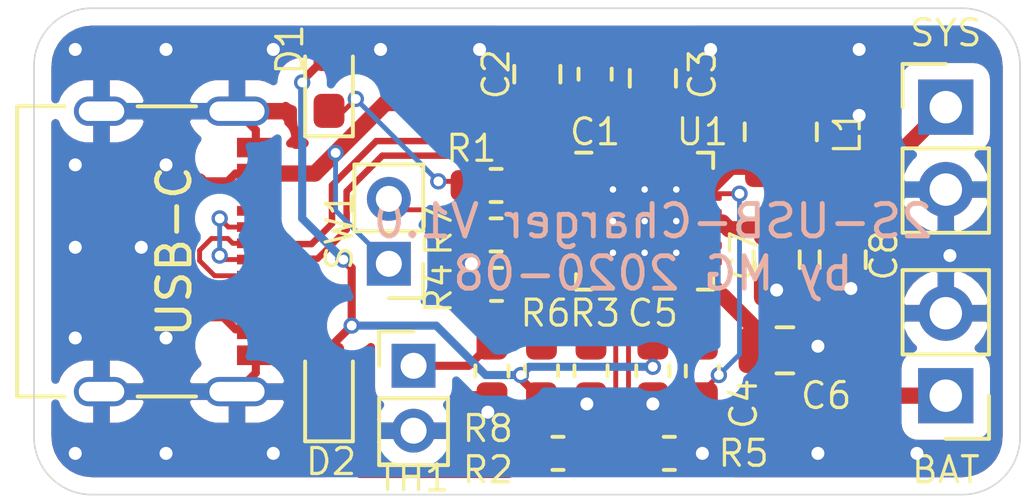
<source format=kicad_pcb>
(kicad_pcb (version 20171130) (host pcbnew 5.1.7-a382d34a8~87~ubuntu20.04.1)

  (general
    (thickness 1.6)
    (drawings 9)
    (tracks 200)
    (zones 0)
    (modules 25)
    (nets 20)
  )

  (page A4)
  (layers
    (0 F.Cu signal)
    (31 B.Cu signal)
    (32 B.Adhes user hide)
    (33 F.Adhes user hide)
    (34 B.Paste user)
    (35 F.Paste user)
    (36 B.SilkS user)
    (37 F.SilkS user)
    (38 B.Mask user hide)
    (39 F.Mask user hide)
    (40 Dwgs.User user)
    (41 Cmts.User user)
    (42 Eco1.User user)
    (43 Eco2.User user)
    (44 Edge.Cuts user)
    (45 Margin user)
    (46 B.CrtYd user)
    (47 F.CrtYd user)
    (48 B.Fab user hide)
    (49 F.Fab user hide)
  )

  (setup
    (last_trace_width 0.25)
    (user_trace_width 0.15)
    (user_trace_width 0.5)
    (trace_clearance 0.2)
    (zone_clearance 0.508)
    (zone_45_only no)
    (trace_min 0.1)
    (via_size 0.5)
    (via_drill 0.3)
    (via_min_size 0.4)
    (via_min_drill 0.3)
    (user_via 0.8 0.4)
    (uvia_size 0.3)
    (uvia_drill 0.1)
    (uvias_allowed no)
    (uvia_min_size 0.2)
    (uvia_min_drill 0.1)
    (edge_width 0.05)
    (segment_width 0.2)
    (pcb_text_width 0.3)
    (pcb_text_size 1.5 1.5)
    (mod_edge_width 0.12)
    (mod_text_size 1 1)
    (mod_text_width 0.15)
    (pad_size 1.524 1.524)
    (pad_drill 0.762)
    (pad_to_mask_clearance 0.05)
    (aux_axis_origin 0 0)
    (visible_elements FFFFFF7F)
    (pcbplotparams
      (layerselection 0x010fc_ffffffff)
      (usegerberextensions false)
      (usegerberattributes true)
      (usegerberadvancedattributes true)
      (creategerberjobfile true)
      (excludeedgelayer true)
      (linewidth 0.100000)
      (plotframeref false)
      (viasonmask false)
      (mode 1)
      (useauxorigin false)
      (hpglpennumber 1)
      (hpglpenspeed 20)
      (hpglpendiameter 15.000000)
      (psnegative false)
      (psa4output false)
      (plotreference true)
      (plotvalue true)
      (plotinvisibletext false)
      (padsonsilk false)
      (subtractmaskfromsilk false)
      (outputformat 1)
      (mirror false)
      (drillshape 1)
      (scaleselection 1)
      (outputdirectory ""))
  )

  (net 0 "")
  (net 1 BAT)
  (net 2 GND)
  (net 3 "Net-(C1-Pad2)")
  (net 4 "Net-(C3-Pad2)")
  (net 5 "Net-(C4-Pad2)")
  (net 6 "Net-(C4-Pad1)")
  (net 7 /REGN)
  (net 8 /SYS)
  (net 9 "Net-(D1-Pad1)")
  (net 10 "Net-(D2-Pad1)")
  (net 11 "Net-(R3-Pad2)")
  (net 12 "Net-(R4-Pad2)")
  (net 13 "Net-(R5-Pad2)")
  (net 14 "Net-(R6-Pad1)")
  (net 15 "Net-(R7-Pad1)")
  (net 16 "Net-(R1-Pad2)")
  (net 17 "Net-(R2-Pad2)")
  (net 18 /D+)
  (net 19 /D-)

  (net_class Default "This is the default net class."
    (clearance 0.2)
    (trace_width 0.25)
    (via_dia 0.5)
    (via_drill 0.3)
    (uvia_dia 0.3)
    (uvia_drill 0.1)
    (add_net /D+)
    (add_net /D-)
    (add_net /REGN)
    (add_net /SYS)
    (add_net BAT)
    (add_net GND)
    (add_net "Net-(C1-Pad2)")
    (add_net "Net-(C3-Pad2)")
    (add_net "Net-(C4-Pad1)")
    (add_net "Net-(C4-Pad2)")
    (add_net "Net-(D1-Pad1)")
    (add_net "Net-(D2-Pad1)")
    (add_net "Net-(R1-Pad2)")
    (add_net "Net-(R2-Pad2)")
    (add_net "Net-(R3-Pad2)")
    (add_net "Net-(R4-Pad2)")
    (add_net "Net-(R5-Pad2)")
    (add_net "Net-(R6-Pad1)")
    (add_net "Net-(R7-Pad1)")
  )

  (module Connector_USB:USB_C_Receptacle_Palconn_UTC16-G (layer F.Cu) (tedit 5CF432E0) (tstamp 5F37D4DA)
    (at 107.95 115.697 270)
    (descr http://www.palpilot.com/wp-content/uploads/2017/05/UTC027-GKN-OR-Rev-A.pdf)
    (tags "USB C Type-C Receptacle USB2.0")
    (path /5F2D53D4)
    (attr smd)
    (fp_text reference J2 (at -0.127 0.254 90) (layer F.SilkS) hide
      (effects (font (size 0.8 0.8) (thickness 0.1)))
    )
    (fp_text value USB_C_Receptacle_USB2.0 (at 0 6.24 90) (layer F.Fab)
      (effects (font (size 1 1) (thickness 0.15)))
    )
    (fp_line (start -4.47 -2.48) (end 4.47 -2.48) (layer F.Fab) (width 0.1))
    (fp_line (start 4.47 -2.48) (end 4.47 4.84) (layer F.Fab) (width 0.1))
    (fp_line (start 4.47 4.84) (end -4.47 4.84) (layer F.Fab) (width 0.1))
    (fp_line (start -4.47 -2.48) (end -4.47 4.84) (layer F.Fab) (width 0.1))
    (fp_line (start -5.27 5.34) (end 5.27 5.34) (layer F.CrtYd) (width 0.05))
    (fp_line (start -5.27 -3.59) (end -5.27 5.34) (layer F.CrtYd) (width 0.05))
    (fp_line (start 5.27 -3.59) (end -5.27 -3.59) (layer F.CrtYd) (width 0.05))
    (fp_line (start 5.27 5.34) (end 5.27 -3.59) (layer F.CrtYd) (width 0.05))
    (fp_line (start -4.47 4.34) (end 4.47 4.34) (layer Dwgs.User) (width 0.1))
    (fp_line (start -4.47 -0.67) (end -4.47 1.13) (layer F.SilkS) (width 0.12))
    (fp_line (start -4.47 4.84) (end -4.47 3.38) (layer F.SilkS) (width 0.12))
    (fp_line (start 4.47 4.84) (end 4.47 3.38) (layer F.SilkS) (width 0.12))
    (fp_line (start 4.47 -0.67) (end 4.47 1.13) (layer F.SilkS) (width 0.12))
    (fp_line (start 4.47 4.84) (end -4.47 4.84) (layer F.SilkS) (width 0.12))
    (fp_text user "PCB Edge" (at 0 3.43 90) (layer Dwgs.User)
      (effects (font (size 1 1) (thickness 0.15)))
    )
    (fp_text user %R (at 0 1.18 90) (layer F.Fab)
      (effects (font (size 1 1) (thickness 0.15)))
    )
    (fp_text user USB-C (at 0 0 270) (layer F.SilkS)
      (effects (font (size 1 1) (thickness 0.15)))
    )
    (pad A12 smd rect (at 3.2 -2.51 270) (size 0.6 1.16) (layers F.Cu F.Paste F.Mask)
      (net 2 GND))
    (pad A9 smd rect (at 2.4 -2.51 270) (size 0.6 1.16) (layers F.Cu F.Paste F.Mask)
      (net 3 "Net-(C1-Pad2)"))
    (pad B1 smd rect (at 3.2 -2.51 270) (size 0.6 1.16) (layers F.Cu F.Paste F.Mask)
      (net 2 GND))
    (pad B4 smd rect (at 2.4 -2.51 270) (size 0.6 1.16) (layers F.Cu F.Paste F.Mask)
      (net 3 "Net-(C1-Pad2)"))
    (pad B12 smd rect (at -3.2 -2.51 270) (size 0.6 1.16) (layers F.Cu F.Paste F.Mask)
      (net 2 GND))
    (pad A1 smd rect (at -3.2 -2.51 270) (size 0.6 1.16) (layers F.Cu F.Paste F.Mask)
      (net 2 GND))
    (pad B9 smd rect (at -2.4 -2.51 270) (size 0.6 1.16) (layers F.Cu F.Paste F.Mask)
      (net 3 "Net-(C1-Pad2)"))
    (pad A4 smd rect (at -2.4 -2.51 270) (size 0.6 1.16) (layers F.Cu F.Paste F.Mask)
      (net 3 "Net-(C1-Pad2)"))
    (pad "" np_thru_hole circle (at -2.89 -1.45 90) (size 0.6 0.6) (drill 0.6) (layers *.Cu *.Mask))
    (pad "" np_thru_hole circle (at 2.89 -1.45 90) (size 0.6 0.6) (drill 0.6) (layers *.Cu *.Mask))
    (pad B5 smd rect (at 1.75 -2.51 90) (size 0.3 1.16) (layers F.Cu F.Paste F.Mask))
    (pad B6 smd rect (at 0.75 -2.51 90) (size 0.3 1.16) (layers F.Cu F.Paste F.Mask)
      (net 18 /D+))
    (pad A8 smd rect (at 1.25 -2.51 90) (size 0.3 1.16) (layers F.Cu F.Paste F.Mask))
    (pad A5 smd rect (at -1.25 -2.51 90) (size 0.3 1.16) (layers F.Cu F.Paste F.Mask))
    (pad B8 smd rect (at -1.75 -2.51 90) (size 0.3 1.16) (layers F.Cu F.Paste F.Mask))
    (pad A7 smd rect (at 0.25 -2.51 90) (size 0.3 1.16) (layers F.Cu F.Paste F.Mask)
      (net 19 /D-))
    (pad A6 smd rect (at -0.25 -2.51 90) (size 0.3 1.16) (layers F.Cu F.Paste F.Mask)
      (net 18 /D+))
    (pad B7 smd rect (at -0.75 -2.51 90) (size 0.3 1.16) (layers F.Cu F.Paste F.Mask)
      (net 19 /D-))
    (pad S1 thru_hole oval (at 4.32 2.24) (size 1.7 0.9) (drill oval 1.4 0.6) (layers *.Cu *.Mask)
      (net 2 GND))
    (pad S1 thru_hole oval (at -4.32 2.24) (size 1.7 0.9) (drill oval 1.4 0.6) (layers *.Cu *.Mask)
      (net 2 GND))
    (pad S1 thru_hole oval (at 4.32 -1.93) (size 2 0.9) (drill oval 1.7 0.6) (layers *.Cu *.Mask)
      (net 2 GND))
    (pad S1 thru_hole oval (at -4.32 -1.93) (size 2 0.9) (drill oval 1.7 0.6) (layers *.Cu *.Mask)
      (net 2 GND))
    (model ${KISYS3DMOD}/Connector_USB.3dshapes/USB_C_Receptacle_Palconn_UTC16-G.wrl
      (at (xyz 0 0 0))
      (scale (xyz 1 1 1))
      (rotate (xyz 0 0 0))
    )
  )

  (module Capacitor_SMD:C_0805_2012Metric (layer F.Cu) (tedit 5B36C52B) (tstamp 5F37B923)
    (at 128.524 115.951 270)
    (descr "Capacitor SMD 0805 (2012 Metric), square (rectangular) end terminal, IPC_7351 nominal, (Body size source: https://docs.google.com/spreadsheets/d/1BsfQQcO9C6DZCsRaXUlFlo91Tg2WpOkGARC1WS5S8t0/edit?usp=sharing), generated with kicad-footprint-generator")
    (tags capacitor)
    (path /5F3877AB)
    (attr smd)
    (fp_text reference C8 (at -0.127 -1.27 90) (layer F.SilkS)
      (effects (font (size 0.8 0.8) (thickness 0.1)))
    )
    (fp_text value "22u 9V" (at 0 1.65 90) (layer F.Fab)
      (effects (font (size 1 1) (thickness 0.15)))
    )
    (fp_line (start 1.68 0.95) (end -1.68 0.95) (layer F.CrtYd) (width 0.05))
    (fp_line (start 1.68 -0.95) (end 1.68 0.95) (layer F.CrtYd) (width 0.05))
    (fp_line (start -1.68 -0.95) (end 1.68 -0.95) (layer F.CrtYd) (width 0.05))
    (fp_line (start -1.68 0.95) (end -1.68 -0.95) (layer F.CrtYd) (width 0.05))
    (fp_line (start -0.258578 0.71) (end 0.258578 0.71) (layer F.SilkS) (width 0.12))
    (fp_line (start -0.258578 -0.71) (end 0.258578 -0.71) (layer F.SilkS) (width 0.12))
    (fp_line (start 1 0.6) (end -1 0.6) (layer F.Fab) (width 0.1))
    (fp_line (start 1 -0.6) (end 1 0.6) (layer F.Fab) (width 0.1))
    (fp_line (start -1 -0.6) (end 1 -0.6) (layer F.Fab) (width 0.1))
    (fp_line (start -1 0.6) (end -1 -0.6) (layer F.Fab) (width 0.1))
    (fp_text user %R (at 0 0 90) (layer F.Fab)
      (effects (font (size 0.5 0.5) (thickness 0.08)))
    )
    (pad 2 smd roundrect (at 0.9375 0 270) (size 0.975 1.4) (layers F.Cu F.Paste F.Mask) (roundrect_rratio 0.25)
      (net 2 GND))
    (pad 1 smd roundrect (at -0.9375 0 270) (size 0.975 1.4) (layers F.Cu F.Paste F.Mask) (roundrect_rratio 0.25)
      (net 8 /SYS))
    (model ${KISYS3DMOD}/Capacitor_SMD.3dshapes/C_0805_2012Metric.wrl
      (at (xyz 0 0 0))
      (scale (xyz 1 1 1))
      (rotate (xyz 0 0 0))
    )
  )

  (module Inductor_SMD:L_1008_2520Metric (layer F.Cu) (tedit 5D4AF589) (tstamp 5F37B99A)
    (at 126.619 112.014 270)
    (descr "Inductor SMD 1008 (2520 Metric), square (rectangular) end terminal, IPC_7351 nominal, (Body size source: https://ecsxtal.com/store/pdf/ECS-MPI2520-SMD-POWER-INDUCTOR.pdf), generated with kicad-footprint-generator")
    (tags inductor)
    (path /5F2D90AF)
    (attr smd)
    (fp_text reference L1 (at 0 -2.05 90) (layer F.SilkS)
      (effects (font (size 0.8 0.8) (thickness 0.1)))
    )
    (fp_text value 1u (at 0 2.05 90) (layer F.Fab)
      (effects (font (size 1 1) (thickness 0.15)))
    )
    (fp_line (start 1.95 1.35) (end -1.95 1.35) (layer F.CrtYd) (width 0.05))
    (fp_line (start 1.95 -1.35) (end 1.95 1.35) (layer F.CrtYd) (width 0.05))
    (fp_line (start -1.95 -1.35) (end 1.95 -1.35) (layer F.CrtYd) (width 0.05))
    (fp_line (start -1.95 1.35) (end -1.95 -1.35) (layer F.CrtYd) (width 0.05))
    (fp_line (start -0.261252 1.11) (end 0.261252 1.11) (layer F.SilkS) (width 0.12))
    (fp_line (start -0.261252 -1.11) (end 0.261252 -1.11) (layer F.SilkS) (width 0.12))
    (fp_line (start 1.25 1) (end -1.25 1) (layer F.Fab) (width 0.1))
    (fp_line (start 1.25 -1) (end 1.25 1) (layer F.Fab) (width 0.1))
    (fp_line (start -1.25 -1) (end 1.25 -1) (layer F.Fab) (width 0.1))
    (fp_line (start -1.25 1) (end -1.25 -1) (layer F.Fab) (width 0.1))
    (fp_text user %R (at 0 0 90) (layer F.Fab)
      (effects (font (size 0.62 0.62) (thickness 0.09)))
    )
    (pad 2 smd roundrect (at 1.075 0 270) (size 1.25 2.2) (layers F.Cu F.Paste F.Mask) (roundrect_rratio 0.2)
      (net 5 "Net-(C4-Pad2)"))
    (pad 1 smd roundrect (at -1.075 0 270) (size 1.25 2.2) (layers F.Cu F.Paste F.Mask) (roundrect_rratio 0.2)
      (net 4 "Net-(C3-Pad2)"))
    (model ${KISYS3DMOD}/Inductor_SMD.3dshapes/L_1008_2520Metric.wrl
      (at (xyz 0 0 0))
      (scale (xyz 1 1 1))
      (rotate (xyz 0 0 0))
    )
  )

  (module Connector_PinHeader_2.54mm:PinHeader_1x02_P2.54mm_Vertical (layer F.Cu) (tedit 59FED5CC) (tstamp 5F386E81)
    (at 131.699 120.142 180)
    (descr "Through hole straight pin header, 1x02, 2.54mm pitch, single row")
    (tags "Through hole pin header THT 1x02 2.54mm single row")
    (path /5F3AAE8C)
    (fp_text reference BT1 (at 0 -2.33) (layer F.SilkS) hide
      (effects (font (size 1 1) (thickness 0.15)))
    )
    (fp_text value Battery (at 0 4.87) (layer F.Fab)
      (effects (font (size 1 1) (thickness 0.15)))
    )
    (fp_line (start -0.635 -1.27) (end 1.27 -1.27) (layer F.Fab) (width 0.1))
    (fp_line (start 1.27 -1.27) (end 1.27 3.81) (layer F.Fab) (width 0.1))
    (fp_line (start 1.27 3.81) (end -1.27 3.81) (layer F.Fab) (width 0.1))
    (fp_line (start -1.27 3.81) (end -1.27 -0.635) (layer F.Fab) (width 0.1))
    (fp_line (start -1.27 -0.635) (end -0.635 -1.27) (layer F.Fab) (width 0.1))
    (fp_line (start -1.33 3.87) (end 1.33 3.87) (layer F.SilkS) (width 0.12))
    (fp_line (start -1.33 1.27) (end -1.33 3.87) (layer F.SilkS) (width 0.12))
    (fp_line (start 1.33 1.27) (end 1.33 3.87) (layer F.SilkS) (width 0.12))
    (fp_line (start -1.33 1.27) (end 1.33 1.27) (layer F.SilkS) (width 0.12))
    (fp_line (start -1.33 0) (end -1.33 -1.33) (layer F.SilkS) (width 0.12))
    (fp_line (start -1.33 -1.33) (end 0 -1.33) (layer F.SilkS) (width 0.12))
    (fp_line (start -1.8 -1.8) (end -1.8 4.35) (layer F.CrtYd) (width 0.05))
    (fp_line (start -1.8 4.35) (end 1.8 4.35) (layer F.CrtYd) (width 0.05))
    (fp_line (start 1.8 4.35) (end 1.8 -1.8) (layer F.CrtYd) (width 0.05))
    (fp_line (start 1.8 -1.8) (end -1.8 -1.8) (layer F.CrtYd) (width 0.05))
    (fp_text user %R (at 0 1.27 90) (layer F.Fab)
      (effects (font (size 1 1) (thickness 0.15)))
    )
    (fp_text user BAT (at 0 -2.286 180) (layer F.SilkS)
      (effects (font (size 0.8 0.8) (thickness 0.1)))
    )
    (pad 2 thru_hole oval (at 0 2.54 180) (size 1.7 1.7) (drill 1) (layers *.Cu *.Mask)
      (net 2 GND))
    (pad 1 thru_hole rect (at 0 0 180) (size 1.7 1.7) (drill 1) (layers *.Cu *.Mask)
      (net 1 BAT))
    (model ${KISYS3DMOD}/Connector_PinHeader_2.54mm.3dshapes/PinHeader_1x02_P2.54mm_Vertical.wrl
      (at (xyz 0 0 0))
      (scale (xyz 1 1 1))
      (rotate (xyz 0 0 0))
    )
  )

  (module Connector_PinHeader_2.00mm:PinHeader_1x02_P2.00mm_Vertical (layer F.Cu) (tedit 59FED667) (tstamp 5F37BA4E)
    (at 115.316 119.2215)
    (descr "Through hole straight pin header, 1x02, 2.00mm pitch, single row")
    (tags "Through hole pin header THT 1x02 2.00mm single row")
    (path /5F3105C0)
    (fp_text reference TH1 (at 0 3.4605) (layer F.SilkS)
      (effects (font (size 0.8 0.8) (thickness 0.1)))
    )
    (fp_text value 103AT (at 0 4.06) (layer F.Fab)
      (effects (font (size 1 1) (thickness 0.15)))
    )
    (fp_line (start 1.5 -1.5) (end -1.5 -1.5) (layer F.CrtYd) (width 0.05))
    (fp_line (start 1.5 3.5) (end 1.5 -1.5) (layer F.CrtYd) (width 0.05))
    (fp_line (start -1.5 3.5) (end 1.5 3.5) (layer F.CrtYd) (width 0.05))
    (fp_line (start -1.5 -1.5) (end -1.5 3.5) (layer F.CrtYd) (width 0.05))
    (fp_line (start -1.06 -1.06) (end 0 -1.06) (layer F.SilkS) (width 0.12))
    (fp_line (start -1.06 0) (end -1.06 -1.06) (layer F.SilkS) (width 0.12))
    (fp_line (start -1.06 1) (end 1.06 1) (layer F.SilkS) (width 0.12))
    (fp_line (start 1.06 1) (end 1.06 3.06) (layer F.SilkS) (width 0.12))
    (fp_line (start -1.06 1) (end -1.06 3.06) (layer F.SilkS) (width 0.12))
    (fp_line (start -1.06 3.06) (end 1.06 3.06) (layer F.SilkS) (width 0.12))
    (fp_line (start -1 -0.5) (end -0.5 -1) (layer F.Fab) (width 0.1))
    (fp_line (start -1 3) (end -1 -0.5) (layer F.Fab) (width 0.1))
    (fp_line (start 1 3) (end -1 3) (layer F.Fab) (width 0.1))
    (fp_line (start 1 -1) (end 1 3) (layer F.Fab) (width 0.1))
    (fp_line (start -0.5 -1) (end 1 -1) (layer F.Fab) (width 0.1))
    (fp_text user %R (at 0 1 90) (layer F.Fab)
      (effects (font (size 1 1) (thickness 0.15)))
    )
    (pad 2 thru_hole oval (at 0 2) (size 1.35 1.35) (drill 0.8) (layers *.Cu *.Mask)
      (net 2 GND))
    (pad 1 thru_hole rect (at 0 0) (size 1.35 1.35) (drill 0.8) (layers *.Cu *.Mask)
      (net 14 "Net-(R6-Pad1)"))
    (model ${KISYS3DMOD}/Connector_PinHeader_2.00mm.3dshapes/PinHeader_1x02_P2.00mm_Vertical.wrl
      (at (xyz 0 0 0))
      (scale (xyz 1 1 1))
      (rotate (xyz 0 0 0))
    )
  )

  (module Connector_PinHeader_2.00mm:PinHeader_1x02_P2.00mm_Vertical (layer F.Cu) (tedit 59FED667) (tstamp 5F37BA38)
    (at 114.554 116.078 180)
    (descr "Through hole straight pin header, 1x02, 2.00mm pitch, single row")
    (tags "Through hole pin header THT 1x02 2.00mm single row")
    (path /5F2F5458)
    (fp_text reference SW1 (at 1.524 1.016 90) (layer F.SilkS)
      (effects (font (size 0.8 0.8) (thickness 0.1)))
    )
    (fp_text value SW_SPST (at 0 4.06) (layer F.Fab)
      (effects (font (size 1 1) (thickness 0.15)))
    )
    (fp_line (start 1.5 -1.5) (end -1.5 -1.5) (layer F.CrtYd) (width 0.05))
    (fp_line (start 1.5 3.5) (end 1.5 -1.5) (layer F.CrtYd) (width 0.05))
    (fp_line (start -1.5 3.5) (end 1.5 3.5) (layer F.CrtYd) (width 0.05))
    (fp_line (start -1.5 -1.5) (end -1.5 3.5) (layer F.CrtYd) (width 0.05))
    (fp_line (start -1.06 -1.06) (end 0 -1.06) (layer F.SilkS) (width 0.12))
    (fp_line (start -1.06 0) (end -1.06 -1.06) (layer F.SilkS) (width 0.12))
    (fp_line (start -1.06 1) (end 1.06 1) (layer F.SilkS) (width 0.12))
    (fp_line (start 1.06 1) (end 1.06 3.06) (layer F.SilkS) (width 0.12))
    (fp_line (start -1.06 1) (end -1.06 3.06) (layer F.SilkS) (width 0.12))
    (fp_line (start -1.06 3.06) (end 1.06 3.06) (layer F.SilkS) (width 0.12))
    (fp_line (start -1 -0.5) (end -0.5 -1) (layer F.Fab) (width 0.1))
    (fp_line (start -1 3) (end -1 -0.5) (layer F.Fab) (width 0.1))
    (fp_line (start 1 3) (end -1 3) (layer F.Fab) (width 0.1))
    (fp_line (start 1 -1) (end 1 3) (layer F.Fab) (width 0.1))
    (fp_line (start -0.5 -1) (end 1 -1) (layer F.Fab) (width 0.1))
    (fp_text user %R (at 0 1 90) (layer F.Fab)
      (effects (font (size 1 1) (thickness 0.15)))
    )
    (pad 2 thru_hole oval (at 0 2 180) (size 1.35 1.35) (drill 0.8) (layers *.Cu *.Mask)
      (net 15 "Net-(R7-Pad1)"))
    (pad 1 thru_hole rect (at 0 0 180) (size 1.35 1.35) (drill 0.8) (layers *.Cu *.Mask)
      (net 3 "Net-(C1-Pad2)"))
    (model ${KISYS3DMOD}/Connector_PinHeader_2.00mm.3dshapes/PinHeader_1x02_P2.00mm_Vertical.wrl
      (at (xyz 0 0 0))
      (scale (xyz 1 1 1))
      (rotate (xyz 0 0 0))
    )
  )

  (module Package_DFN_QFN:VQFN-24-1EP_4x4mm_P0.5mm_EP2.45x2.45mm_ThermalVias (layer F.Cu) (tedit 5DC5F6A8) (tstamp 5F37BA8A)
    (at 122.428 114.7635)
    (descr "VQFN, 24 Pin (http://www.ti.com/lit/ds/symlink/msp430f1101a.pdf), generated with kicad-footprint-generator ipc_noLead_generator.py")
    (tags "VQFN NoLead")
    (path /5F2D4A8A)
    (attr smd)
    (fp_text reference U1 (at 1.778 -2.7495) (layer F.SilkS)
      (effects (font (size 0.8 0.8) (thickness 0.1)))
    )
    (fp_text value BQ25886 (at 0 3.32) (layer F.Fab)
      (effects (font (size 1 1) (thickness 0.15)))
    )
    (fp_line (start 2.62 -2.62) (end -2.62 -2.62) (layer F.CrtYd) (width 0.05))
    (fp_line (start 2.62 2.62) (end 2.62 -2.62) (layer F.CrtYd) (width 0.05))
    (fp_line (start -2.62 2.62) (end 2.62 2.62) (layer F.CrtYd) (width 0.05))
    (fp_line (start -2.62 -2.62) (end -2.62 2.62) (layer F.CrtYd) (width 0.05))
    (fp_line (start -2 -1) (end -1 -2) (layer F.Fab) (width 0.1))
    (fp_line (start -2 2) (end -2 -1) (layer F.Fab) (width 0.1))
    (fp_line (start 2 2) (end -2 2) (layer F.Fab) (width 0.1))
    (fp_line (start 2 -2) (end 2 2) (layer F.Fab) (width 0.1))
    (fp_line (start -1 -2) (end 2 -2) (layer F.Fab) (width 0.1))
    (fp_line (start -1.635 -2.11) (end -2.11 -2.11) (layer F.SilkS) (width 0.12))
    (fp_line (start 2.11 2.11) (end 2.11 1.635) (layer F.SilkS) (width 0.12))
    (fp_line (start 1.635 2.11) (end 2.11 2.11) (layer F.SilkS) (width 0.12))
    (fp_line (start -2.11 2.11) (end -2.11 1.635) (layer F.SilkS) (width 0.12))
    (fp_line (start -1.635 2.11) (end -2.11 2.11) (layer F.SilkS) (width 0.12))
    (fp_line (start 2.11 -2.11) (end 2.11 -1.635) (layer F.SilkS) (width 0.12))
    (fp_line (start 1.635 -2.11) (end 2.11 -2.11) (layer F.SilkS) (width 0.12))
    (fp_text user %R (at 0 0) (layer F.Fab)
      (effects (font (size 1 1) (thickness 0.15)))
    )
    (pad "" smd custom (at 0.4875 0.4875) (size 0.755518 0.755518) (layers F.Paste)
      (options (clearance outline) (anchor circle))
      (primitives
        (gr_poly (pts
           (xy -0.301276 -0.174554) (xy -0.174554 -0.301276) (xy 0.174554 -0.301276) (xy 0.301276 -0.174554) (xy 0.301276 0.174554)
           (xy 0.174554 0.301276) (xy -0.174554 0.301276) (xy -0.301276 0.174554)) (width 0.305933))
      ))
    (pad "" smd custom (at 0.4875 -0.4875) (size 0.755518 0.755518) (layers F.Paste)
      (options (clearance outline) (anchor circle))
      (primitives
        (gr_poly (pts
           (xy -0.301276 -0.174554) (xy -0.174554 -0.301276) (xy 0.174554 -0.301276) (xy 0.301276 -0.174554) (xy 0.301276 0.174554)
           (xy 0.174554 0.301276) (xy -0.174554 0.301276) (xy -0.301276 0.174554)) (width 0.305933))
      ))
    (pad "" smd custom (at -0.4875 0.4875) (size 0.755518 0.755518) (layers F.Paste)
      (options (clearance outline) (anchor circle))
      (primitives
        (gr_poly (pts
           (xy -0.301276 -0.174554) (xy -0.174554 -0.301276) (xy 0.174554 -0.301276) (xy 0.301276 -0.174554) (xy 0.301276 0.174554)
           (xy 0.174554 0.301276) (xy -0.174554 0.301276) (xy -0.301276 0.174554)) (width 0.305933))
      ))
    (pad "" smd custom (at -0.4875 -0.4875) (size 0.755518 0.755518) (layers F.Paste)
      (options (clearance outline) (anchor circle))
      (primitives
        (gr_poly (pts
           (xy -0.301276 -0.174554) (xy -0.174554 -0.301276) (xy 0.174554 -0.301276) (xy 0.301276 -0.174554) (xy 0.301276 0.174554)
           (xy 0.174554 0.301276) (xy -0.174554 0.301276) (xy -0.301276 0.174554)) (width 0.305933))
      ))
    (pad 25 smd rect (at 0 0) (size 2.45 2.45) (layers B.Cu)
      (net 2 GND))
    (pad 25 thru_hole circle (at 0.975 0.975) (size 0.5 0.5) (drill 0.2) (layers *.Cu)
      (net 2 GND))
    (pad 25 thru_hole circle (at 0 0.975) (size 0.5 0.5) (drill 0.2) (layers *.Cu)
      (net 2 GND))
    (pad 25 thru_hole circle (at -0.975 0.975) (size 0.5 0.5) (drill 0.2) (layers *.Cu)
      (net 2 GND))
    (pad 25 thru_hole circle (at 0.975 0) (size 0.5 0.5) (drill 0.2) (layers *.Cu)
      (net 2 GND))
    (pad 25 thru_hole circle (at 0 0) (size 0.5 0.5) (drill 0.2) (layers *.Cu)
      (net 2 GND))
    (pad 25 thru_hole circle (at -0.975 0) (size 0.5 0.5) (drill 0.2) (layers *.Cu)
      (net 2 GND))
    (pad 25 thru_hole circle (at 0.975 -0.975) (size 0.5 0.5) (drill 0.2) (layers *.Cu)
      (net 2 GND))
    (pad 25 thru_hole circle (at 0 -0.975) (size 0.5 0.5) (drill 0.2) (layers *.Cu)
      (net 2 GND))
    (pad 25 thru_hole circle (at -0.975 -0.975) (size 0.5 0.5) (drill 0.2) (layers *.Cu)
      (net 2 GND))
    (pad 25 smd rect (at 0 0) (size 2.45 2.45) (layers F.Cu F.Mask)
      (net 2 GND))
    (pad 24 smd roundrect (at -1.25 -1.9875) (size 0.25 0.775) (layers F.Cu F.Paste F.Mask) (roundrect_rratio 0.25)
      (net 18 /D+))
    (pad 23 smd roundrect (at -0.75 -1.9875) (size 0.25 0.775) (layers F.Cu F.Paste F.Mask) (roundrect_rratio 0.25)
      (net 3 "Net-(C1-Pad2)"))
    (pad 22 smd roundrect (at -0.25 -1.9875) (size 0.25 0.775) (layers F.Cu F.Paste F.Mask) (roundrect_rratio 0.25)
      (net 4 "Net-(C3-Pad2)"))
    (pad 21 smd roundrect (at 0.25 -1.9875) (size 0.25 0.775) (layers F.Cu F.Paste F.Mask) (roundrect_rratio 0.25)
      (net 4 "Net-(C3-Pad2)"))
    (pad 20 smd roundrect (at 0.75 -1.9875) (size 0.25 0.775) (layers F.Cu F.Paste F.Mask) (roundrect_rratio 0.25)
      (net 2 GND))
    (pad 19 smd roundrect (at 1.25 -1.9875) (size 0.25 0.775) (layers F.Cu F.Paste F.Mask) (roundrect_rratio 0.25)
      (net 2 GND))
    (pad 18 smd roundrect (at 1.9875 -1.25) (size 0.775 0.25) (layers F.Cu F.Paste F.Mask) (roundrect_rratio 0.25)
      (net 5 "Net-(C4-Pad2)"))
    (pad 17 smd roundrect (at 1.9875 -0.75) (size 0.775 0.25) (layers F.Cu F.Paste F.Mask) (roundrect_rratio 0.25)
      (net 5 "Net-(C4-Pad2)"))
    (pad 16 smd roundrect (at 1.9875 -0.25) (size 0.775 0.25) (layers F.Cu F.Paste F.Mask) (roundrect_rratio 0.25)
      (net 8 /SYS))
    (pad 15 smd roundrect (at 1.9875 0.25) (size 0.775 0.25) (layers F.Cu F.Paste F.Mask) (roundrect_rratio 0.25)
      (net 8 /SYS))
    (pad 14 smd roundrect (at 1.9875 0.75) (size 0.775 0.25) (layers F.Cu F.Paste F.Mask) (roundrect_rratio 0.25)
      (net 1 BAT))
    (pad 13 smd roundrect (at 1.9875 1.25) (size 0.775 0.25) (layers F.Cu F.Paste F.Mask) (roundrect_rratio 0.25)
      (net 1 BAT))
    (pad 12 smd roundrect (at 1.25 1.9875) (size 0.25 0.775) (layers F.Cu F.Paste F.Mask) (roundrect_rratio 0.25)
      (net 6 "Net-(C4-Pad1)"))
    (pad 11 smd roundrect (at 0.75 1.9875) (size 0.25 0.775) (layers F.Cu F.Paste F.Mask) (roundrect_rratio 0.25)
      (net 7 /REGN))
    (pad 10 smd roundrect (at 0.25 1.9875) (size 0.25 0.775) (layers F.Cu F.Paste F.Mask) (roundrect_rratio 0.25)
      (net 13 "Net-(R5-Pad2)"))
    (pad 9 smd roundrect (at -0.25 1.9875) (size 0.25 0.775) (layers F.Cu F.Paste F.Mask) (roundrect_rratio 0.25)
      (net 17 "Net-(R2-Pad2)"))
    (pad 8 smd roundrect (at -0.75 1.9875) (size 0.25 0.775) (layers F.Cu F.Paste F.Mask) (roundrect_rratio 0.25)
      (net 11 "Net-(R3-Pad2)"))
    (pad 7 smd roundrect (at -1.25 1.9875) (size 0.25 0.775) (layers F.Cu F.Paste F.Mask) (roundrect_rratio 0.25)
      (net 14 "Net-(R6-Pad1)"))
    (pad 6 smd roundrect (at -1.9875 1.25) (size 0.775 0.25) (layers F.Cu F.Paste F.Mask) (roundrect_rratio 0.25)
      (net 12 "Net-(R4-Pad2)"))
    (pad 5 smd roundrect (at -1.9875 0.75) (size 0.775 0.25) (layers F.Cu F.Paste F.Mask) (roundrect_rratio 0.25)
      (net 15 "Net-(R7-Pad1)"))
    (pad 4 smd roundrect (at -1.9875 0.25) (size 0.775 0.25) (layers F.Cu F.Paste F.Mask) (roundrect_rratio 0.25)
      (net 2 GND))
    (pad 3 smd roundrect (at -1.9875 -0.25) (size 0.775 0.25) (layers F.Cu F.Paste F.Mask) (roundrect_rratio 0.25)
      (net 2 GND))
    (pad 2 smd roundrect (at -1.9875 -0.75) (size 0.775 0.25) (layers F.Cu F.Paste F.Mask) (roundrect_rratio 0.25)
      (net 16 "Net-(R1-Pad2)"))
    (pad 1 smd roundrect (at -1.9875 -1.25) (size 0.775 0.25) (layers F.Cu F.Paste F.Mask) (roundrect_rratio 0.25)
      (net 19 /D-))
    (model ${KISYS3DMOD}/Package_DFN_QFN.3dshapes/VQFN-24-1EP_4x4mm_P0.5mm_EP2.45x2.45mm.wrl
      (at (xyz 0 0 0))
      (scale (xyz 1 1 1))
      (rotate (xyz 0 0 0))
    )
  )

  (module Resistor_SMD:R_0603_1608Metric_Pad1.05x0.95mm_HandSolder (layer F.Cu) (tedit 5B301BBD) (tstamp 5F37BA22)
    (at 117.729 119.38 270)
    (descr "Resistor SMD 0603 (1608 Metric), square (rectangular) end terminal, IPC_7351 nominal with elongated pad for handsoldering. (Body size source: http://www.tortai-tech.com/upload/download/2011102023233369053.pdf), generated with kicad-footprint-generator")
    (tags "resistor handsolder")
    (path /5F30E2CB)
    (attr smd)
    (fp_text reference R8 (at 1.778 0.127 180) (layer F.SilkS)
      (effects (font (size 0.8 0.8) (thickness 0.1)))
    )
    (fp_text value 30k1 (at 0 1.43 90) (layer F.Fab)
      (effects (font (size 1 1) (thickness 0.15)))
    )
    (fp_line (start 1.65 0.73) (end -1.65 0.73) (layer F.CrtYd) (width 0.05))
    (fp_line (start 1.65 -0.73) (end 1.65 0.73) (layer F.CrtYd) (width 0.05))
    (fp_line (start -1.65 -0.73) (end 1.65 -0.73) (layer F.CrtYd) (width 0.05))
    (fp_line (start -1.65 0.73) (end -1.65 -0.73) (layer F.CrtYd) (width 0.05))
    (fp_line (start -0.171267 0.51) (end 0.171267 0.51) (layer F.SilkS) (width 0.12))
    (fp_line (start -0.171267 -0.51) (end 0.171267 -0.51) (layer F.SilkS) (width 0.12))
    (fp_line (start 0.8 0.4) (end -0.8 0.4) (layer F.Fab) (width 0.1))
    (fp_line (start 0.8 -0.4) (end 0.8 0.4) (layer F.Fab) (width 0.1))
    (fp_line (start -0.8 -0.4) (end 0.8 -0.4) (layer F.Fab) (width 0.1))
    (fp_line (start -0.8 0.4) (end -0.8 -0.4) (layer F.Fab) (width 0.1))
    (fp_text user %R (at 0 0 90) (layer F.Fab)
      (effects (font (size 0.4 0.4) (thickness 0.06)))
    )
    (pad 2 smd roundrect (at 0.875 0 270) (size 1.05 0.95) (layers F.Cu F.Paste F.Mask) (roundrect_rratio 0.25)
      (net 2 GND))
    (pad 1 smd roundrect (at -0.875 0 270) (size 1.05 0.95) (layers F.Cu F.Paste F.Mask) (roundrect_rratio 0.25)
      (net 14 "Net-(R6-Pad1)"))
    (model ${KISYS3DMOD}/Resistor_SMD.3dshapes/R_0603_1608Metric.wrl
      (at (xyz 0 0 0))
      (scale (xyz 1 1 1))
      (rotate (xyz 0 0 0))
    )
  )

  (module Resistor_SMD:R_0603_1608Metric_Pad1.05x0.95mm_HandSolder (layer F.Cu) (tedit 5B301BBD) (tstamp 5F37BA11)
    (at 117.856 115.189 180)
    (descr "Resistor SMD 0603 (1608 Metric), square (rectangular) end terminal, IPC_7351 nominal with elongated pad for handsoldering. (Body size source: http://www.tortai-tech.com/upload/download/2011102023233369053.pdf), generated with kicad-footprint-generator")
    (tags "resistor handsolder")
    (path /5F2F5159)
    (attr smd)
    (fp_text reference R7 (at 1.778 0.127 90) (layer F.SilkS)
      (effects (font (size 0.8 0.8) (thickness 0.1)))
    )
    (fp_text value 10k (at 0 1.43) (layer F.Fab)
      (effects (font (size 1 1) (thickness 0.15)))
    )
    (fp_line (start 1.65 0.73) (end -1.65 0.73) (layer F.CrtYd) (width 0.05))
    (fp_line (start 1.65 -0.73) (end 1.65 0.73) (layer F.CrtYd) (width 0.05))
    (fp_line (start -1.65 -0.73) (end 1.65 -0.73) (layer F.CrtYd) (width 0.05))
    (fp_line (start -1.65 0.73) (end -1.65 -0.73) (layer F.CrtYd) (width 0.05))
    (fp_line (start -0.171267 0.51) (end 0.171267 0.51) (layer F.SilkS) (width 0.12))
    (fp_line (start -0.171267 -0.51) (end 0.171267 -0.51) (layer F.SilkS) (width 0.12))
    (fp_line (start 0.8 0.4) (end -0.8 0.4) (layer F.Fab) (width 0.1))
    (fp_line (start 0.8 -0.4) (end 0.8 0.4) (layer F.Fab) (width 0.1))
    (fp_line (start -0.8 -0.4) (end 0.8 -0.4) (layer F.Fab) (width 0.1))
    (fp_line (start -0.8 0.4) (end -0.8 -0.4) (layer F.Fab) (width 0.1))
    (fp_text user %R (at 0 0) (layer F.Fab)
      (effects (font (size 0.4 0.4) (thickness 0.06)))
    )
    (pad 2 smd roundrect (at 0.875 0 180) (size 1.05 0.95) (layers F.Cu F.Paste F.Mask) (roundrect_rratio 0.25)
      (net 2 GND))
    (pad 1 smd roundrect (at -0.875 0 180) (size 1.05 0.95) (layers F.Cu F.Paste F.Mask) (roundrect_rratio 0.25)
      (net 15 "Net-(R7-Pad1)"))
    (model ${KISYS3DMOD}/Resistor_SMD.3dshapes/R_0603_1608Metric.wrl
      (at (xyz 0 0 0))
      (scale (xyz 1 1 1))
      (rotate (xyz 0 0 0))
    )
  )

  (module Resistor_SMD:R_0603_1608Metric_Pad1.05x0.95mm_HandSolder (layer F.Cu) (tedit 5B301BBD) (tstamp 5F389C09)
    (at 119.253 119.38 270)
    (descr "Resistor SMD 0603 (1608 Metric), square (rectangular) end terminal, IPC_7351 nominal with elongated pad for handsoldering. (Body size source: http://www.tortai-tech.com/upload/download/2011102023233369053.pdf), generated with kicad-footprint-generator")
    (tags "resistor handsolder")
    (path /5F30DDD0)
    (attr smd)
    (fp_text reference R6 (at -1.778 -0.127 180) (layer F.SilkS)
      (effects (font (size 0.8 0.8) (thickness 0.1)))
    )
    (fp_text value 5k23 (at 0 1.43 90) (layer F.Fab)
      (effects (font (size 1 1) (thickness 0.15)))
    )
    (fp_line (start 1.65 0.73) (end -1.65 0.73) (layer F.CrtYd) (width 0.05))
    (fp_line (start 1.65 -0.73) (end 1.65 0.73) (layer F.CrtYd) (width 0.05))
    (fp_line (start -1.65 -0.73) (end 1.65 -0.73) (layer F.CrtYd) (width 0.05))
    (fp_line (start -1.65 0.73) (end -1.65 -0.73) (layer F.CrtYd) (width 0.05))
    (fp_line (start -0.171267 0.51) (end 0.171267 0.51) (layer F.SilkS) (width 0.12))
    (fp_line (start -0.171267 -0.51) (end 0.171267 -0.51) (layer F.SilkS) (width 0.12))
    (fp_line (start 0.8 0.4) (end -0.8 0.4) (layer F.Fab) (width 0.1))
    (fp_line (start 0.8 -0.4) (end 0.8 0.4) (layer F.Fab) (width 0.1))
    (fp_line (start -0.8 -0.4) (end 0.8 -0.4) (layer F.Fab) (width 0.1))
    (fp_line (start -0.8 0.4) (end -0.8 -0.4) (layer F.Fab) (width 0.1))
    (fp_text user %R (at 0 0 90) (layer F.Fab)
      (effects (font (size 0.4 0.4) (thickness 0.06)))
    )
    (pad 2 smd roundrect (at 0.875 0 270) (size 1.05 0.95) (layers F.Cu F.Paste F.Mask) (roundrect_rratio 0.25)
      (net 7 /REGN))
    (pad 1 smd roundrect (at -0.875 0 270) (size 1.05 0.95) (layers F.Cu F.Paste F.Mask) (roundrect_rratio 0.25)
      (net 14 "Net-(R6-Pad1)"))
    (model ${KISYS3DMOD}/Resistor_SMD.3dshapes/R_0603_1608Metric.wrl
      (at (xyz 0 0 0))
      (scale (xyz 1 1 1))
      (rotate (xyz 0 0 0))
    )
  )

  (module Resistor_SMD:R_0603_1608Metric_Pad1.05x0.95mm_HandSolder (layer F.Cu) (tedit 5B301BBD) (tstamp 5F37B9EF)
    (at 123.19 121.92 180)
    (descr "Resistor SMD 0603 (1608 Metric), square (rectangular) end terminal, IPC_7351 nominal with elongated pad for handsoldering. (Body size source: http://www.tortai-tech.com/upload/download/2011102023233369053.pdf), generated with kicad-footprint-generator")
    (tags "resistor handsolder")
    (path /5F34EAE6)
    (attr smd)
    (fp_text reference R5 (at -2.286 0) (layer F.SilkS)
      (effects (font (size 0.8 0.8) (thickness 0.1)))
    )
    (fp_text value 7k5 (at 0 1.43) (layer F.Fab)
      (effects (font (size 1 1) (thickness 0.15)))
    )
    (fp_line (start 1.65 0.73) (end -1.65 0.73) (layer F.CrtYd) (width 0.05))
    (fp_line (start 1.65 -0.73) (end 1.65 0.73) (layer F.CrtYd) (width 0.05))
    (fp_line (start -1.65 -0.73) (end 1.65 -0.73) (layer F.CrtYd) (width 0.05))
    (fp_line (start -1.65 0.73) (end -1.65 -0.73) (layer F.CrtYd) (width 0.05))
    (fp_line (start -0.171267 0.51) (end 0.171267 0.51) (layer F.SilkS) (width 0.12))
    (fp_line (start -0.171267 -0.51) (end 0.171267 -0.51) (layer F.SilkS) (width 0.12))
    (fp_line (start 0.8 0.4) (end -0.8 0.4) (layer F.Fab) (width 0.1))
    (fp_line (start 0.8 -0.4) (end 0.8 0.4) (layer F.Fab) (width 0.1))
    (fp_line (start -0.8 -0.4) (end 0.8 -0.4) (layer F.Fab) (width 0.1))
    (fp_line (start -0.8 0.4) (end -0.8 -0.4) (layer F.Fab) (width 0.1))
    (fp_text user %R (at 0 0) (layer F.Fab)
      (effects (font (size 0.4 0.4) (thickness 0.06)))
    )
    (pad 2 smd roundrect (at 0.875 0 180) (size 1.05 0.95) (layers F.Cu F.Paste F.Mask) (roundrect_rratio 0.25)
      (net 13 "Net-(R5-Pad2)"))
    (pad 1 smd roundrect (at -0.875 0 180) (size 1.05 0.95) (layers F.Cu F.Paste F.Mask) (roundrect_rratio 0.25)
      (net 2 GND))
    (model ${KISYS3DMOD}/Resistor_SMD.3dshapes/R_0603_1608Metric.wrl
      (at (xyz 0 0 0))
      (scale (xyz 1 1 1))
      (rotate (xyz 0 0 0))
    )
  )

  (module Resistor_SMD:R_0603_1608Metric_Pad1.05x0.95mm_HandSolder (layer F.Cu) (tedit 5B301BBD) (tstamp 5F37B9DE)
    (at 117.87 116.713)
    (descr "Resistor SMD 0603 (1608 Metric), square (rectangular) end terminal, IPC_7351 nominal with elongated pad for handsoldering. (Body size source: http://www.tortai-tech.com/upload/download/2011102023233369053.pdf), generated with kicad-footprint-generator")
    (tags "resistor handsolder")
    (path /5F34FAD9)
    (attr smd)
    (fp_text reference R4 (at -1.792 0.127 90) (layer F.SilkS)
      (effects (font (size 0.8 0.8) (thickness 0.1)))
    )
    (fp_text value 150k (at 0 1.43) (layer F.Fab)
      (effects (font (size 1 1) (thickness 0.15)))
    )
    (fp_line (start 1.65 0.73) (end -1.65 0.73) (layer F.CrtYd) (width 0.05))
    (fp_line (start 1.65 -0.73) (end 1.65 0.73) (layer F.CrtYd) (width 0.05))
    (fp_line (start -1.65 -0.73) (end 1.65 -0.73) (layer F.CrtYd) (width 0.05))
    (fp_line (start -1.65 0.73) (end -1.65 -0.73) (layer F.CrtYd) (width 0.05))
    (fp_line (start -0.171267 0.51) (end 0.171267 0.51) (layer F.SilkS) (width 0.12))
    (fp_line (start -0.171267 -0.51) (end 0.171267 -0.51) (layer F.SilkS) (width 0.12))
    (fp_line (start 0.8 0.4) (end -0.8 0.4) (layer F.Fab) (width 0.1))
    (fp_line (start 0.8 -0.4) (end 0.8 0.4) (layer F.Fab) (width 0.1))
    (fp_line (start -0.8 -0.4) (end 0.8 -0.4) (layer F.Fab) (width 0.1))
    (fp_line (start -0.8 0.4) (end -0.8 -0.4) (layer F.Fab) (width 0.1))
    (fp_text user %R (at 0 0) (layer F.Fab)
      (effects (font (size 0.4 0.4) (thickness 0.06)))
    )
    (pad 2 smd roundrect (at 0.875 0) (size 1.05 0.95) (layers F.Cu F.Paste F.Mask) (roundrect_rratio 0.25)
      (net 12 "Net-(R4-Pad2)"))
    (pad 1 smd roundrect (at -0.875 0) (size 1.05 0.95) (layers F.Cu F.Paste F.Mask) (roundrect_rratio 0.25)
      (net 2 GND))
    (model ${KISYS3DMOD}/Resistor_SMD.3dshapes/R_0603_1608Metric.wrl
      (at (xyz 0 0 0))
      (scale (xyz 1 1 1))
      (rotate (xyz 0 0 0))
    )
  )

  (module Resistor_SMD:R_0603_1608Metric_Pad1.05x0.95mm_HandSolder (layer F.Cu) (tedit 5B301BBD) (tstamp 5F37B9CD)
    (at 120.777 119.38 90)
    (descr "Resistor SMD 0603 (1608 Metric), square (rectangular) end terminal, IPC_7351 nominal with elongated pad for handsoldering. (Body size source: http://www.tortai-tech.com/upload/download/2011102023233369053.pdf), generated with kicad-footprint-generator")
    (tags "resistor handsolder")
    (path /5F34FD93)
    (attr smd)
    (fp_text reference R3 (at 1.778 0.127 180) (layer F.SilkS)
      (effects (font (size 0.8 0.8) (thickness 0.1)))
    )
    (fp_text value 0R (at 0 1.43 90) (layer F.Fab)
      (effects (font (size 1 1) (thickness 0.15)))
    )
    (fp_line (start 1.65 0.73) (end -1.65 0.73) (layer F.CrtYd) (width 0.05))
    (fp_line (start 1.65 -0.73) (end 1.65 0.73) (layer F.CrtYd) (width 0.05))
    (fp_line (start -1.65 -0.73) (end 1.65 -0.73) (layer F.CrtYd) (width 0.05))
    (fp_line (start -1.65 0.73) (end -1.65 -0.73) (layer F.CrtYd) (width 0.05))
    (fp_line (start -0.171267 0.51) (end 0.171267 0.51) (layer F.SilkS) (width 0.12))
    (fp_line (start -0.171267 -0.51) (end 0.171267 -0.51) (layer F.SilkS) (width 0.12))
    (fp_line (start 0.8 0.4) (end -0.8 0.4) (layer F.Fab) (width 0.1))
    (fp_line (start 0.8 -0.4) (end 0.8 0.4) (layer F.Fab) (width 0.1))
    (fp_line (start -0.8 -0.4) (end 0.8 -0.4) (layer F.Fab) (width 0.1))
    (fp_line (start -0.8 0.4) (end -0.8 -0.4) (layer F.Fab) (width 0.1))
    (fp_text user %R (at 0 0 90) (layer F.Fab)
      (effects (font (size 0.4 0.4) (thickness 0.06)))
    )
    (pad 2 smd roundrect (at 0.875 0 90) (size 1.05 0.95) (layers F.Cu F.Paste F.Mask) (roundrect_rratio 0.25)
      (net 11 "Net-(R3-Pad2)"))
    (pad 1 smd roundrect (at -0.875 0 90) (size 1.05 0.95) (layers F.Cu F.Paste F.Mask) (roundrect_rratio 0.25)
      (net 2 GND))
    (model ${KISYS3DMOD}/Resistor_SMD.3dshapes/R_0603_1608Metric.wrl
      (at (xyz 0 0 0))
      (scale (xyz 1 1 1))
      (rotate (xyz 0 0 0))
    )
  )

  (module Resistor_SMD:R_0603_1608Metric_Pad1.05x0.95mm_HandSolder (layer F.Cu) (tedit 5B301BBD) (tstamp 5F37B9BC)
    (at 119.761 121.92)
    (descr "Resistor SMD 0603 (1608 Metric), square (rectangular) end terminal, IPC_7351 nominal with elongated pad for handsoldering. (Body size source: http://www.tortai-tech.com/upload/download/2011102023233369053.pdf), generated with kicad-footprint-generator")
    (tags "resistor handsolder")
    (path /5F36928A)
    (attr smd)
    (fp_text reference R2 (at -2.159 0.508) (layer F.SilkS)
      (effects (font (size 0.8 0.8) (thickness 0.1)))
    )
    (fp_text value R (at 0 1.43) (layer F.Fab)
      (effects (font (size 1 1) (thickness 0.15)))
    )
    (fp_line (start 1.65 0.73) (end -1.65 0.73) (layer F.CrtYd) (width 0.05))
    (fp_line (start 1.65 -0.73) (end 1.65 0.73) (layer F.CrtYd) (width 0.05))
    (fp_line (start -1.65 -0.73) (end 1.65 -0.73) (layer F.CrtYd) (width 0.05))
    (fp_line (start -1.65 0.73) (end -1.65 -0.73) (layer F.CrtYd) (width 0.05))
    (fp_line (start -0.171267 0.51) (end 0.171267 0.51) (layer F.SilkS) (width 0.12))
    (fp_line (start -0.171267 -0.51) (end 0.171267 -0.51) (layer F.SilkS) (width 0.12))
    (fp_line (start 0.8 0.4) (end -0.8 0.4) (layer F.Fab) (width 0.1))
    (fp_line (start 0.8 -0.4) (end 0.8 0.4) (layer F.Fab) (width 0.1))
    (fp_line (start -0.8 -0.4) (end 0.8 -0.4) (layer F.Fab) (width 0.1))
    (fp_line (start -0.8 0.4) (end -0.8 -0.4) (layer F.Fab) (width 0.1))
    (fp_text user %R (at 0 0) (layer F.Fab)
      (effects (font (size 0.4 0.4) (thickness 0.06)))
    )
    (pad 2 smd roundrect (at 0.875 0) (size 1.05 0.95) (layers F.Cu F.Paste F.Mask) (roundrect_rratio 0.25)
      (net 17 "Net-(R2-Pad2)"))
    (pad 1 smd roundrect (at -0.875 0) (size 1.05 0.95) (layers F.Cu F.Paste F.Mask) (roundrect_rratio 0.25)
      (net 10 "Net-(D2-Pad1)"))
    (model ${KISYS3DMOD}/Resistor_SMD.3dshapes/R_0603_1608Metric.wrl
      (at (xyz 0 0 0))
      (scale (xyz 1 1 1))
      (rotate (xyz 0 0 0))
    )
  )

  (module Resistor_SMD:R_0603_1608Metric_Pad1.05x0.95mm_HandSolder (layer F.Cu) (tedit 5B301BBD) (tstamp 5F37B9AB)
    (at 117.856 113.665)
    (descr "Resistor SMD 0603 (1608 Metric), square (rectangular) end terminal, IPC_7351 nominal with elongated pad for handsoldering. (Body size source: http://www.tortai-tech.com/upload/download/2011102023233369053.pdf), generated with kicad-footprint-generator")
    (tags "resistor handsolder")
    (path /5F368F5A)
    (attr smd)
    (fp_text reference R1 (at -0.762 -1.143) (layer F.SilkS)
      (effects (font (size 0.8 0.8) (thickness 0.1)))
    )
    (fp_text value R (at 0 1.43) (layer F.Fab)
      (effects (font (size 1 1) (thickness 0.15)))
    )
    (fp_line (start 1.65 0.73) (end -1.65 0.73) (layer F.CrtYd) (width 0.05))
    (fp_line (start 1.65 -0.73) (end 1.65 0.73) (layer F.CrtYd) (width 0.05))
    (fp_line (start -1.65 -0.73) (end 1.65 -0.73) (layer F.CrtYd) (width 0.05))
    (fp_line (start -1.65 0.73) (end -1.65 -0.73) (layer F.CrtYd) (width 0.05))
    (fp_line (start -0.171267 0.51) (end 0.171267 0.51) (layer F.SilkS) (width 0.12))
    (fp_line (start -0.171267 -0.51) (end 0.171267 -0.51) (layer F.SilkS) (width 0.12))
    (fp_line (start 0.8 0.4) (end -0.8 0.4) (layer F.Fab) (width 0.1))
    (fp_line (start 0.8 -0.4) (end 0.8 0.4) (layer F.Fab) (width 0.1))
    (fp_line (start -0.8 -0.4) (end 0.8 -0.4) (layer F.Fab) (width 0.1))
    (fp_line (start -0.8 0.4) (end -0.8 -0.4) (layer F.Fab) (width 0.1))
    (fp_text user %R (at 0 0) (layer F.Fab)
      (effects (font (size 0.4 0.4) (thickness 0.06)))
    )
    (pad 2 smd roundrect (at 0.875 0) (size 1.05 0.95) (layers F.Cu F.Paste F.Mask) (roundrect_rratio 0.25)
      (net 16 "Net-(R1-Pad2)"))
    (pad 1 smd roundrect (at -0.875 0) (size 1.05 0.95) (layers F.Cu F.Paste F.Mask) (roundrect_rratio 0.25)
      (net 9 "Net-(D1-Pad1)"))
    (model ${KISYS3DMOD}/Resistor_SMD.3dshapes/R_0603_1608Metric.wrl
      (at (xyz 0 0 0))
      (scale (xyz 1 1 1))
      (rotate (xyz 0 0 0))
    )
  )

  (module Connector_PinHeader_2.54mm:PinHeader_1x02_P2.54mm_Vertical (layer F.Cu) (tedit 59FED5CC) (tstamp 5F386EC0)
    (at 131.699 111.252)
    (descr "Through hole straight pin header, 1x02, 2.54mm pitch, single row")
    (tags "Through hole pin header THT 1x02 2.54mm single row")
    (path /5F3A9555)
    (fp_text reference J1 (at 0 -2.33) (layer F.SilkS) hide
      (effects (font (size 0.8 0.8) (thickness 0.1)))
    )
    (fp_text value Conn_01x02_Male (at 0 4.87) (layer F.Fab)
      (effects (font (size 1 1) (thickness 0.15)))
    )
    (fp_line (start 1.8 -1.8) (end -1.8 -1.8) (layer F.CrtYd) (width 0.05))
    (fp_line (start 1.8 4.35) (end 1.8 -1.8) (layer F.CrtYd) (width 0.05))
    (fp_line (start -1.8 4.35) (end 1.8 4.35) (layer F.CrtYd) (width 0.05))
    (fp_line (start -1.8 -1.8) (end -1.8 4.35) (layer F.CrtYd) (width 0.05))
    (fp_line (start -1.33 -1.33) (end 0 -1.33) (layer F.SilkS) (width 0.12))
    (fp_line (start -1.33 0) (end -1.33 -1.33) (layer F.SilkS) (width 0.12))
    (fp_line (start -1.33 1.27) (end 1.33 1.27) (layer F.SilkS) (width 0.12))
    (fp_line (start 1.33 1.27) (end 1.33 3.87) (layer F.SilkS) (width 0.12))
    (fp_line (start -1.33 1.27) (end -1.33 3.87) (layer F.SilkS) (width 0.12))
    (fp_line (start -1.33 3.87) (end 1.33 3.87) (layer F.SilkS) (width 0.12))
    (fp_line (start -1.27 -0.635) (end -0.635 -1.27) (layer F.Fab) (width 0.1))
    (fp_line (start -1.27 3.81) (end -1.27 -0.635) (layer F.Fab) (width 0.1))
    (fp_line (start 1.27 3.81) (end -1.27 3.81) (layer F.Fab) (width 0.1))
    (fp_line (start 1.27 -1.27) (end 1.27 3.81) (layer F.Fab) (width 0.1))
    (fp_line (start -0.635 -1.27) (end 1.27 -1.27) (layer F.Fab) (width 0.1))
    (fp_text user %R (at 0 1.27 90) (layer F.Fab)
      (effects (font (size 1 1) (thickness 0.15)))
    )
    (fp_text user SYS (at 0 -2.286) (layer F.SilkS)
      (effects (font (size 0.8 0.8) (thickness 0.1)))
    )
    (pad 2 thru_hole oval (at 0 2.54) (size 1.7 1.7) (drill 1) (layers *.Cu *.Mask)
      (net 2 GND))
    (pad 1 thru_hole rect (at 0 0) (size 1.7 1.7) (drill 1) (layers *.Cu *.Mask)
      (net 8 /SYS))
    (model ${KISYS3DMOD}/Connector_PinHeader_2.54mm.3dshapes/PinHeader_1x02_P2.54mm_Vertical.wrl
      (at (xyz 0 0 0))
      (scale (xyz 1 1 1))
      (rotate (xyz 0 0 0))
    )
  )

  (module LED_SMD:LED_0603_1608Metric_Pad1.05x0.95mm_HandSolder (layer F.Cu) (tedit 5B4B45C9) (tstamp 5F37B949)
    (at 112.7125 119.888 90)
    (descr "LED SMD 0603 (1608 Metric), square (rectangular) end terminal, IPC_7351 nominal, (Body size source: http://www.tortai-tech.com/upload/download/2011102023233369053.pdf), generated with kicad-footprint-generator")
    (tags "LED handsolder")
    (path /5F35D60D)
    (attr smd)
    (fp_text reference D2 (at -2.286 0.0635 180) (layer F.SilkS)
      (effects (font (size 0.8 0.8) (thickness 0.1)))
    )
    (fp_text value LED (at 0 1.43 90) (layer F.Fab)
      (effects (font (size 1 1) (thickness 0.15)))
    )
    (fp_line (start 1.65 0.73) (end -1.65 0.73) (layer F.CrtYd) (width 0.05))
    (fp_line (start 1.65 -0.73) (end 1.65 0.73) (layer F.CrtYd) (width 0.05))
    (fp_line (start -1.65 -0.73) (end 1.65 -0.73) (layer F.CrtYd) (width 0.05))
    (fp_line (start -1.65 0.73) (end -1.65 -0.73) (layer F.CrtYd) (width 0.05))
    (fp_line (start -1.66 0.735) (end 0.8 0.735) (layer F.SilkS) (width 0.12))
    (fp_line (start -1.66 -0.735) (end -1.66 0.735) (layer F.SilkS) (width 0.12))
    (fp_line (start 0.8 -0.735) (end -1.66 -0.735) (layer F.SilkS) (width 0.12))
    (fp_line (start 0.8 0.4) (end 0.8 -0.4) (layer F.Fab) (width 0.1))
    (fp_line (start -0.8 0.4) (end 0.8 0.4) (layer F.Fab) (width 0.1))
    (fp_line (start -0.8 -0.1) (end -0.8 0.4) (layer F.Fab) (width 0.1))
    (fp_line (start -0.5 -0.4) (end -0.8 -0.1) (layer F.Fab) (width 0.1))
    (fp_line (start 0.8 -0.4) (end -0.5 -0.4) (layer F.Fab) (width 0.1))
    (fp_text user %R (at 0 0 90) (layer F.Fab)
      (effects (font (size 0.4 0.4) (thickness 0.06)))
    )
    (pad 2 smd roundrect (at 0.875 0 90) (size 1.05 0.95) (layers F.Cu F.Paste F.Mask) (roundrect_rratio 0.25)
      (net 7 /REGN))
    (pad 1 smd roundrect (at -0.875 0 90) (size 1.05 0.95) (layers F.Cu F.Paste F.Mask) (roundrect_rratio 0.25)
      (net 10 "Net-(D2-Pad1)"))
    (model ${KISYS3DMOD}/LED_SMD.3dshapes/LED_0603_1608Metric.wrl
      (at (xyz 0 0 0))
      (scale (xyz 1 1 1))
      (rotate (xyz 0 0 0))
    )
  )

  (module LED_SMD:LED_0603_1608Metric_Pad1.05x0.95mm_HandSolder (layer F.Cu) (tedit 5B4B45C9) (tstamp 5F37FB1D)
    (at 112.7125 110.49 90)
    (descr "LED SMD 0603 (1608 Metric), square (rectangular) end terminal, IPC_7351 nominal, (Body size source: http://www.tortai-tech.com/upload/download/2011102023233369053.pdf), generated with kicad-footprint-generator")
    (tags "LED handsolder")
    (path /5F35E5EE)
    (attr smd)
    (fp_text reference D1 (at 1.016 -1.2065 90) (layer F.SilkS)
      (effects (font (size 0.8 0.8) (thickness 0.1)))
    )
    (fp_text value LED (at 0 1.43 90) (layer F.Fab)
      (effects (font (size 1 1) (thickness 0.15)))
    )
    (fp_line (start 1.65 0.73) (end -1.65 0.73) (layer F.CrtYd) (width 0.05))
    (fp_line (start 1.65 -0.73) (end 1.65 0.73) (layer F.CrtYd) (width 0.05))
    (fp_line (start -1.65 -0.73) (end 1.65 -0.73) (layer F.CrtYd) (width 0.05))
    (fp_line (start -1.65 0.73) (end -1.65 -0.73) (layer F.CrtYd) (width 0.05))
    (fp_line (start -1.66 0.735) (end 0.8 0.735) (layer F.SilkS) (width 0.12))
    (fp_line (start -1.66 -0.735) (end -1.66 0.735) (layer F.SilkS) (width 0.12))
    (fp_line (start 0.8 -0.735) (end -1.66 -0.735) (layer F.SilkS) (width 0.12))
    (fp_line (start 0.8 0.4) (end 0.8 -0.4) (layer F.Fab) (width 0.1))
    (fp_line (start -0.8 0.4) (end 0.8 0.4) (layer F.Fab) (width 0.1))
    (fp_line (start -0.8 -0.1) (end -0.8 0.4) (layer F.Fab) (width 0.1))
    (fp_line (start -0.5 -0.4) (end -0.8 -0.1) (layer F.Fab) (width 0.1))
    (fp_line (start 0.8 -0.4) (end -0.5 -0.4) (layer F.Fab) (width 0.1))
    (fp_text user %R (at 0 0 90) (layer F.Fab)
      (effects (font (size 0.4 0.4) (thickness 0.06)))
    )
    (pad 2 smd roundrect (at 0.875 0 90) (size 1.05 0.95) (layers F.Cu F.Paste F.Mask) (roundrect_rratio 0.25)
      (net 7 /REGN))
    (pad 1 smd roundrect (at -0.875 0 90) (size 1.05 0.95) (layers F.Cu F.Paste F.Mask) (roundrect_rratio 0.25)
      (net 9 "Net-(D1-Pad1)"))
    (model ${KISYS3DMOD}/LED_SMD.3dshapes/LED_0603_1608Metric.wrl
      (at (xyz 0 0 0))
      (scale (xyz 1 1 1))
      (rotate (xyz 0 0 0))
    )
  )

  (module Capacitor_SMD:C_0805_2012Metric (layer F.Cu) (tedit 5B36C52B) (tstamp 5F37DBB0)
    (at 126.492 115.951 270)
    (descr "Capacitor SMD 0805 (2012 Metric), square (rectangular) end terminal, IPC_7351 nominal, (Body size source: https://docs.google.com/spreadsheets/d/1BsfQQcO9C6DZCsRaXUlFlo91Tg2WpOkGARC1WS5S8t0/edit?usp=sharing), generated with kicad-footprint-generator")
    (tags capacitor)
    (path /5F387086)
    (attr smd)
    (fp_text reference C7 (at -0.127 1.016 90) (layer F.SilkS)
      (effects (font (size 0.8 0.8) (thickness 0.1)))
    )
    (fp_text value "22u 9V" (at 0 1.65 90) (layer F.Fab)
      (effects (font (size 1 1) (thickness 0.15)))
    )
    (fp_line (start 1.68 0.95) (end -1.68 0.95) (layer F.CrtYd) (width 0.05))
    (fp_line (start 1.68 -0.95) (end 1.68 0.95) (layer F.CrtYd) (width 0.05))
    (fp_line (start -1.68 -0.95) (end 1.68 -0.95) (layer F.CrtYd) (width 0.05))
    (fp_line (start -1.68 0.95) (end -1.68 -0.95) (layer F.CrtYd) (width 0.05))
    (fp_line (start -0.258578 0.71) (end 0.258578 0.71) (layer F.SilkS) (width 0.12))
    (fp_line (start -0.258578 -0.71) (end 0.258578 -0.71) (layer F.SilkS) (width 0.12))
    (fp_line (start 1 0.6) (end -1 0.6) (layer F.Fab) (width 0.1))
    (fp_line (start 1 -0.6) (end 1 0.6) (layer F.Fab) (width 0.1))
    (fp_line (start -1 -0.6) (end 1 -0.6) (layer F.Fab) (width 0.1))
    (fp_line (start -1 0.6) (end -1 -0.6) (layer F.Fab) (width 0.1))
    (fp_text user %R (at 0 0 90) (layer F.Fab)
      (effects (font (size 0.5 0.5) (thickness 0.08)))
    )
    (pad 2 smd roundrect (at 0.9375 0 270) (size 0.975 1.4) (layers F.Cu F.Paste F.Mask) (roundrect_rratio 0.25)
      (net 2 GND))
    (pad 1 smd roundrect (at -0.9375 0 270) (size 0.975 1.4) (layers F.Cu F.Paste F.Mask) (roundrect_rratio 0.25)
      (net 8 /SYS))
    (model ${KISYS3DMOD}/Capacitor_SMD.3dshapes/C_0805_2012Metric.wrl
      (at (xyz 0 0 0))
      (scale (xyz 1 1 1))
      (rotate (xyz 0 0 0))
    )
  )

  (module Capacitor_SMD:C_0805_2012Metric (layer F.Cu) (tedit 5B36C52B) (tstamp 5F37B901)
    (at 126.746 118.745)
    (descr "Capacitor SMD 0805 (2012 Metric), square (rectangular) end terminal, IPC_7351 nominal, (Body size source: https://docs.google.com/spreadsheets/d/1BsfQQcO9C6DZCsRaXUlFlo91Tg2WpOkGARC1WS5S8t0/edit?usp=sharing), generated with kicad-footprint-generator")
    (tags capacitor)
    (path /5F340E69)
    (attr smd)
    (fp_text reference C6 (at 1.27 1.397) (layer F.SilkS)
      (effects (font (size 0.8 0.8) (thickness 0.1)))
    )
    (fp_text value "10u 9V" (at 0 1.65) (layer F.Fab)
      (effects (font (size 1 1) (thickness 0.15)))
    )
    (fp_line (start 1.68 0.95) (end -1.68 0.95) (layer F.CrtYd) (width 0.05))
    (fp_line (start 1.68 -0.95) (end 1.68 0.95) (layer F.CrtYd) (width 0.05))
    (fp_line (start -1.68 -0.95) (end 1.68 -0.95) (layer F.CrtYd) (width 0.05))
    (fp_line (start -1.68 0.95) (end -1.68 -0.95) (layer F.CrtYd) (width 0.05))
    (fp_line (start -0.258578 0.71) (end 0.258578 0.71) (layer F.SilkS) (width 0.12))
    (fp_line (start -0.258578 -0.71) (end 0.258578 -0.71) (layer F.SilkS) (width 0.12))
    (fp_line (start 1 0.6) (end -1 0.6) (layer F.Fab) (width 0.1))
    (fp_line (start 1 -0.6) (end 1 0.6) (layer F.Fab) (width 0.1))
    (fp_line (start -1 -0.6) (end 1 -0.6) (layer F.Fab) (width 0.1))
    (fp_line (start -1 0.6) (end -1 -0.6) (layer F.Fab) (width 0.1))
    (fp_text user %R (at 0 0) (layer F.Fab)
      (effects (font (size 0.5 0.5) (thickness 0.08)))
    )
    (pad 2 smd roundrect (at 0.9375 0) (size 0.975 1.4) (layers F.Cu F.Paste F.Mask) (roundrect_rratio 0.25)
      (net 2 GND))
    (pad 1 smd roundrect (at -0.9375 0) (size 0.975 1.4) (layers F.Cu F.Paste F.Mask) (roundrect_rratio 0.25)
      (net 1 BAT))
    (model ${KISYS3DMOD}/Capacitor_SMD.3dshapes/C_0805_2012Metric.wrl
      (at (xyz 0 0 0))
      (scale (xyz 1 1 1))
      (rotate (xyz 0 0 0))
    )
  )

  (module Capacitor_SMD:C_0603_1608Metric_Pad1.05x0.95mm_HandSolder (layer F.Cu) (tedit 5B301BBE) (tstamp 5F37B8F0)
    (at 122.682 119.38 270)
    (descr "Capacitor SMD 0603 (1608 Metric), square (rectangular) end terminal, IPC_7351 nominal with elongated pad for handsoldering. (Body size source: http://www.tortai-tech.com/upload/download/2011102023233369053.pdf), generated with kicad-footprint-generator")
    (tags "capacitor handsolder")
    (path /5F2E77B6)
    (attr smd)
    (fp_text reference C5 (at -1.778 0 180) (layer F.SilkS)
      (effects (font (size 0.8 0.8) (thickness 0.1)))
    )
    (fp_text value 4u7 (at 0 1.43 90) (layer F.Fab)
      (effects (font (size 1 1) (thickness 0.15)))
    )
    (fp_line (start 1.65 0.73) (end -1.65 0.73) (layer F.CrtYd) (width 0.05))
    (fp_line (start 1.65 -0.73) (end 1.65 0.73) (layer F.CrtYd) (width 0.05))
    (fp_line (start -1.65 -0.73) (end 1.65 -0.73) (layer F.CrtYd) (width 0.05))
    (fp_line (start -1.65 0.73) (end -1.65 -0.73) (layer F.CrtYd) (width 0.05))
    (fp_line (start -0.171267 0.51) (end 0.171267 0.51) (layer F.SilkS) (width 0.12))
    (fp_line (start -0.171267 -0.51) (end 0.171267 -0.51) (layer F.SilkS) (width 0.12))
    (fp_line (start 0.8 0.4) (end -0.8 0.4) (layer F.Fab) (width 0.1))
    (fp_line (start 0.8 -0.4) (end 0.8 0.4) (layer F.Fab) (width 0.1))
    (fp_line (start -0.8 -0.4) (end 0.8 -0.4) (layer F.Fab) (width 0.1))
    (fp_line (start -0.8 0.4) (end -0.8 -0.4) (layer F.Fab) (width 0.1))
    (fp_text user %R (at 0 0 90) (layer F.Fab)
      (effects (font (size 0.4 0.4) (thickness 0.06)))
    )
    (pad 2 smd roundrect (at 0.875 0 270) (size 1.05 0.95) (layers F.Cu F.Paste F.Mask) (roundrect_rratio 0.25)
      (net 2 GND))
    (pad 1 smd roundrect (at -0.875 0 270) (size 1.05 0.95) (layers F.Cu F.Paste F.Mask) (roundrect_rratio 0.25)
      (net 7 /REGN))
    (model ${KISYS3DMOD}/Capacitor_SMD.3dshapes/C_0603_1608Metric.wrl
      (at (xyz 0 0 0))
      (scale (xyz 1 1 1))
      (rotate (xyz 0 0 0))
    )
  )

  (module Capacitor_SMD:C_0603_1608Metric_Pad1.05x0.95mm_HandSolder (layer F.Cu) (tedit 5B301BBE) (tstamp 5F37B8DF)
    (at 124.206 119.38 270)
    (descr "Capacitor SMD 0603 (1608 Metric), square (rectangular) end terminal, IPC_7351 nominal with elongated pad for handsoldering. (Body size source: http://www.tortai-tech.com/upload/download/2011102023233369053.pdf), generated with kicad-footprint-generator")
    (tags "capacitor handsolder")
    (path /5F2E5AF3)
    (attr smd)
    (fp_text reference C4 (at 1.016 -1.27 90) (layer F.SilkS)
      (effects (font (size 0.8 0.8) (thickness 0.1)))
    )
    (fp_text value 47n (at 0 1.43 90) (layer F.Fab)
      (effects (font (size 1 1) (thickness 0.15)))
    )
    (fp_line (start 1.65 0.73) (end -1.65 0.73) (layer F.CrtYd) (width 0.05))
    (fp_line (start 1.65 -0.73) (end 1.65 0.73) (layer F.CrtYd) (width 0.05))
    (fp_line (start -1.65 -0.73) (end 1.65 -0.73) (layer F.CrtYd) (width 0.05))
    (fp_line (start -1.65 0.73) (end -1.65 -0.73) (layer F.CrtYd) (width 0.05))
    (fp_line (start -0.171267 0.51) (end 0.171267 0.51) (layer F.SilkS) (width 0.12))
    (fp_line (start -0.171267 -0.51) (end 0.171267 -0.51) (layer F.SilkS) (width 0.12))
    (fp_line (start 0.8 0.4) (end -0.8 0.4) (layer F.Fab) (width 0.1))
    (fp_line (start 0.8 -0.4) (end 0.8 0.4) (layer F.Fab) (width 0.1))
    (fp_line (start -0.8 -0.4) (end 0.8 -0.4) (layer F.Fab) (width 0.1))
    (fp_line (start -0.8 0.4) (end -0.8 -0.4) (layer F.Fab) (width 0.1))
    (fp_text user %R (at 0 0 90) (layer F.Fab)
      (effects (font (size 0.4 0.4) (thickness 0.06)))
    )
    (pad 2 smd roundrect (at 0.875 0 270) (size 1.05 0.95) (layers F.Cu F.Paste F.Mask) (roundrect_rratio 0.25)
      (net 5 "Net-(C4-Pad2)"))
    (pad 1 smd roundrect (at -0.875 0 270) (size 1.05 0.95) (layers F.Cu F.Paste F.Mask) (roundrect_rratio 0.25)
      (net 6 "Net-(C4-Pad1)"))
    (model ${KISYS3DMOD}/Capacitor_SMD.3dshapes/C_0603_1608Metric.wrl
      (at (xyz 0 0 0))
      (scale (xyz 1 1 1))
      (rotate (xyz 0 0 0))
    )
  )

  (module Capacitor_SMD:C_0805_2012Metric (layer F.Cu) (tedit 5B36C52B) (tstamp 5F37D831)
    (at 122.682 110.363 270)
    (descr "Capacitor SMD 0805 (2012 Metric), square (rectangular) end terminal, IPC_7351 nominal, (Body size source: https://docs.google.com/spreadsheets/d/1BsfQQcO9C6DZCsRaXUlFlo91Tg2WpOkGARC1WS5S8t0/edit?usp=sharing), generated with kicad-footprint-generator")
    (tags capacitor)
    (path /5F2DAFC1)
    (attr smd)
    (fp_text reference C3 (at -0.127 -1.524 90) (layer F.SilkS)
      (effects (font (size 0.8 0.8) (thickness 0.1)))
    )
    (fp_text value "10u 5V" (at 0 1.65 90) (layer F.Fab)
      (effects (font (size 1 1) (thickness 0.15)))
    )
    (fp_line (start 1.68 0.95) (end -1.68 0.95) (layer F.CrtYd) (width 0.05))
    (fp_line (start 1.68 -0.95) (end 1.68 0.95) (layer F.CrtYd) (width 0.05))
    (fp_line (start -1.68 -0.95) (end 1.68 -0.95) (layer F.CrtYd) (width 0.05))
    (fp_line (start -1.68 0.95) (end -1.68 -0.95) (layer F.CrtYd) (width 0.05))
    (fp_line (start -0.258578 0.71) (end 0.258578 0.71) (layer F.SilkS) (width 0.12))
    (fp_line (start -0.258578 -0.71) (end 0.258578 -0.71) (layer F.SilkS) (width 0.12))
    (fp_line (start 1 0.6) (end -1 0.6) (layer F.Fab) (width 0.1))
    (fp_line (start 1 -0.6) (end 1 0.6) (layer F.Fab) (width 0.1))
    (fp_line (start -1 -0.6) (end 1 -0.6) (layer F.Fab) (width 0.1))
    (fp_line (start -1 0.6) (end -1 -0.6) (layer F.Fab) (width 0.1))
    (fp_text user %R (at 0 0 90) (layer F.Fab)
      (effects (font (size 0.5 0.5) (thickness 0.08)))
    )
    (pad 2 smd roundrect (at 0.9375 0 270) (size 0.975 1.4) (layers F.Cu F.Paste F.Mask) (roundrect_rratio 0.25)
      (net 4 "Net-(C3-Pad2)"))
    (pad 1 smd roundrect (at -0.9375 0 270) (size 0.975 1.4) (layers F.Cu F.Paste F.Mask) (roundrect_rratio 0.25)
      (net 2 GND))
    (model ${KISYS3DMOD}/Capacitor_SMD.3dshapes/C_0805_2012Metric.wrl
      (at (xyz 0 0 0))
      (scale (xyz 1 1 1))
      (rotate (xyz 0 0 0))
    )
  )

  (module Capacitor_SMD:C_0805_2012Metric (layer F.Cu) (tedit 5B36C52B) (tstamp 5F37B8BD)
    (at 119.126 110.236 270)
    (descr "Capacitor SMD 0805 (2012 Metric), square (rectangular) end terminal, IPC_7351 nominal, (Body size source: https://docs.google.com/spreadsheets/d/1BsfQQcO9C6DZCsRaXUlFlo91Tg2WpOkGARC1WS5S8t0/edit?usp=sharing), generated with kicad-footprint-generator")
    (tags capacitor)
    (path /5F2D7696)
    (attr smd)
    (fp_text reference C2 (at 0 1.27 90) (layer F.SilkS)
      (effects (font (size 0.8 0.8) (thickness 0.1)))
    )
    (fp_text value "10u 5V" (at 0 1.65 90) (layer F.Fab)
      (effects (font (size 1 1) (thickness 0.15)))
    )
    (fp_line (start 1.68 0.95) (end -1.68 0.95) (layer F.CrtYd) (width 0.05))
    (fp_line (start 1.68 -0.95) (end 1.68 0.95) (layer F.CrtYd) (width 0.05))
    (fp_line (start -1.68 -0.95) (end 1.68 -0.95) (layer F.CrtYd) (width 0.05))
    (fp_line (start -1.68 0.95) (end -1.68 -0.95) (layer F.CrtYd) (width 0.05))
    (fp_line (start -0.258578 0.71) (end 0.258578 0.71) (layer F.SilkS) (width 0.12))
    (fp_line (start -0.258578 -0.71) (end 0.258578 -0.71) (layer F.SilkS) (width 0.12))
    (fp_line (start 1 0.6) (end -1 0.6) (layer F.Fab) (width 0.1))
    (fp_line (start 1 -0.6) (end 1 0.6) (layer F.Fab) (width 0.1))
    (fp_line (start -1 -0.6) (end 1 -0.6) (layer F.Fab) (width 0.1))
    (fp_line (start -1 0.6) (end -1 -0.6) (layer F.Fab) (width 0.1))
    (fp_text user %R (at 0 0 90) (layer F.Fab)
      (effects (font (size 0.5 0.5) (thickness 0.08)))
    )
    (pad 2 smd roundrect (at 0.9375 0 270) (size 0.975 1.4) (layers F.Cu F.Paste F.Mask) (roundrect_rratio 0.25)
      (net 3 "Net-(C1-Pad2)"))
    (pad 1 smd roundrect (at -0.9375 0 270) (size 0.975 1.4) (layers F.Cu F.Paste F.Mask) (roundrect_rratio 0.25)
      (net 2 GND))
    (model ${KISYS3DMOD}/Capacitor_SMD.3dshapes/C_0805_2012Metric.wrl
      (at (xyz 0 0 0))
      (scale (xyz 1 1 1))
      (rotate (xyz 0 0 0))
    )
  )

  (module Capacitor_SMD:C_0603_1608Metric_Pad1.05x0.95mm_HandSolder (layer F.Cu) (tedit 5B301BBE) (tstamp 5F37B8AC)
    (at 120.904 110.236 270)
    (descr "Capacitor SMD 0603 (1608 Metric), square (rectangular) end terminal, IPC_7351 nominal with elongated pad for handsoldering. (Body size source: http://www.tortai-tech.com/upload/download/2011102023233369053.pdf), generated with kicad-footprint-generator")
    (tags "capacitor handsolder")
    (path /5F37DD85)
    (attr smd)
    (fp_text reference C1 (at 1.778 0 180) (layer F.SilkS)
      (effects (font (size 0.8 0.8) (thickness 0.1)))
    )
    (fp_text value "1u 5V" (at 0 1.43 90) (layer F.Fab)
      (effects (font (size 1 1) (thickness 0.15)))
    )
    (fp_line (start 1.65 0.73) (end -1.65 0.73) (layer F.CrtYd) (width 0.05))
    (fp_line (start 1.65 -0.73) (end 1.65 0.73) (layer F.CrtYd) (width 0.05))
    (fp_line (start -1.65 -0.73) (end 1.65 -0.73) (layer F.CrtYd) (width 0.05))
    (fp_line (start -1.65 0.73) (end -1.65 -0.73) (layer F.CrtYd) (width 0.05))
    (fp_line (start -0.171267 0.51) (end 0.171267 0.51) (layer F.SilkS) (width 0.12))
    (fp_line (start -0.171267 -0.51) (end 0.171267 -0.51) (layer F.SilkS) (width 0.12))
    (fp_line (start 0.8 0.4) (end -0.8 0.4) (layer F.Fab) (width 0.1))
    (fp_line (start 0.8 -0.4) (end 0.8 0.4) (layer F.Fab) (width 0.1))
    (fp_line (start -0.8 -0.4) (end 0.8 -0.4) (layer F.Fab) (width 0.1))
    (fp_line (start -0.8 0.4) (end -0.8 -0.4) (layer F.Fab) (width 0.1))
    (fp_text user %R (at 0 0 90) (layer F.Fab)
      (effects (font (size 0.4 0.4) (thickness 0.06)))
    )
    (pad 2 smd roundrect (at 0.875 0 270) (size 1.05 0.95) (layers F.Cu F.Paste F.Mask) (roundrect_rratio 0.25)
      (net 3 "Net-(C1-Pad2)"))
    (pad 1 smd roundrect (at -0.875 0 270) (size 1.05 0.95) (layers F.Cu F.Paste F.Mask) (roundrect_rratio 0.25)
      (net 2 GND))
    (model ${KISYS3DMOD}/Capacitor_SMD.3dshapes/C_0603_1608Metric.wrl
      (at (xyz 0 0 0))
      (scale (xyz 1 1 1))
      (rotate (xyz 0 0 0))
    )
  )

  (gr_arc (start 105.41 109.982) (end 105.41 108.204) (angle -90) (layer Edge.Cuts) (width 0.05))
  (gr_arc (start 105.41 121.412) (end 103.632 121.412) (angle -90) (layer Edge.Cuts) (width 0.05))
  (gr_arc (start 132.207 121.412) (end 132.207 123.19) (angle -90) (layer Edge.Cuts) (width 0.05))
  (gr_arc (start 132.207 109.982) (end 133.985 109.982) (angle -90) (layer Edge.Cuts) (width 0.05))
  (gr_text "2S-USB-Charger V1.0\nby MG 2020-08" (at 122.682 115.57) (layer B.SilkS) (tstamp 5F3892E3)
    (effects (font (size 1 1) (thickness 0.15)) (justify mirror))
  )
  (gr_line (start 103.632 121.412) (end 103.632 109.982) (layer Edge.Cuts) (width 0.05) (tstamp 5F3854F6))
  (gr_line (start 132.207 123.19) (end 105.41 123.19) (layer Edge.Cuts) (width 0.05))
  (gr_line (start 133.985 109.982) (end 133.985 121.412) (layer Edge.Cuts) (width 0.05))
  (gr_line (start 105.41 108.204) (end 132.207 108.204) (layer Edge.Cuts) (width 0.05))

  (segment (start 125.8085 118.045) (end 124.8575 117.094) (width 0.5) (layer F.Cu) (net 1))
  (segment (start 125.8085 118.745) (end 125.8085 118.045) (width 0.5) (layer F.Cu) (net 1))
  (segment (start 124.8575 117.094) (end 124.841 117.094) (width 0.5) (layer F.Cu) (net 1))
  (segment (start 124.4155 116.6685) (end 124.4155 116.0135) (width 0.5) (layer F.Cu) (net 1))
  (segment (start 124.841 117.094) (end 124.4155 116.6685) (width 0.5) (layer F.Cu) (net 1))
  (segment (start 124.4155 116.0135) (end 124.4155 115.6385) (width 0.5) (layer F.Cu) (net 1))
  (segment (start 127.2055 120.142) (end 131.699 120.142) (width 0.5) (layer F.Cu) (net 1))
  (segment (start 125.8085 118.745) (end 127.2055 120.142) (width 0.5) (layer F.Cu) (net 1))
  (via (at 120.65 120.396) (size 0.8) (drill 0.4) (layers F.Cu B.Cu) (net 2))
  (via (at 122.682 120.396) (size 0.8) (drill 0.4) (layers F.Cu B.Cu) (net 2))
  (via (at 117.602 120.65) (size 0.8) (drill 0.4) (layers F.Cu B.Cu) (net 2))
  (via (at 127.762 118.618) (size 0.8) (drill 0.4) (layers F.Cu B.Cu) (net 2))
  (via (at 128.778 116.84) (size 0.8) (drill 0.4) (layers F.Cu B.Cu) (net 2))
  (via (at 124.206 121.92) (size 0.8) (drill 0.4) (layers F.Cu B.Cu) (net 2))
  (segment (start 121.203 114.5135) (end 121.453 114.7635) (width 0.25) (layer F.Cu) (net 2))
  (segment (start 120.4405 114.5135) (end 121.203 114.5135) (width 0.25) (layer F.Cu) (net 2))
  (segment (start 121.203 115.0135) (end 121.453 114.7635) (width 0.25) (layer F.Cu) (net 2))
  (segment (start 120.4405 115.0135) (end 121.203 115.0135) (width 0.25) (layer F.Cu) (net 2))
  (segment (start 123.178 114.0135) (end 122.428 114.7635) (width 0.25) (layer F.Cu) (net 2))
  (segment (start 123.178 112.776) (end 123.178 114.0135) (width 0.25) (layer F.Cu) (net 2))
  (segment (start 123.678 113.5135) (end 123.403 113.7885) (width 0.25) (layer F.Cu) (net 2))
  (segment (start 123.678 112.776) (end 123.678 113.5135) (width 0.25) (layer F.Cu) (net 2))
  (via (at 127.762 121.92) (size 0.8) (drill 0.4) (layers F.Cu B.Cu) (net 2))
  (via (at 130.81 121.92) (size 0.8) (drill 0.4) (layers F.Cu B.Cu) (net 2))
  (via (at 131.826 115.824) (size 0.8) (drill 0.4) (layers F.Cu B.Cu) (net 2))
  (via (at 129.032 111.506) (size 0.8) (drill 0.4) (layers F.Cu B.Cu) (net 2))
  (via (at 129.032 109.474) (size 0.8) (drill 0.4) (layers F.Cu B.Cu) (net 2))
  (via (at 124.46 109.474) (size 0.8) (drill 0.4) (layers F.Cu B.Cu) (net 2))
  (via (at 117.348 109.474) (size 0.8) (drill 0.4) (layers F.Cu B.Cu) (net 2))
  (via (at 114.3 109.474) (size 0.8) (drill 0.4) (layers F.Cu B.Cu) (net 2))
  (via (at 110.998 109.474) (size 0.8) (drill 0.4) (layers F.Cu B.Cu) (net 2))
  (via (at 107.696 109.474) (size 0.8) (drill 0.4) (layers F.Cu B.Cu) (net 2))
  (via (at 104.902 109.474) (size 0.8) (drill 0.4) (layers F.Cu B.Cu) (net 2))
  (via (at 104.902 115.57) (size 0.8) (drill 0.4) (layers F.Cu B.Cu) (net 2))
  (via (at 104.902 113.03) (size 0.8) (drill 0.4) (layers F.Cu B.Cu) (net 2))
  (via (at 104.902 118.364) (size 0.8) (drill 0.4) (layers F.Cu B.Cu) (net 2))
  (via (at 104.902 121.92) (size 0.8) (drill 0.4) (layers F.Cu B.Cu) (net 2))
  (via (at 107.696 121.92) (size 0.8) (drill 0.4) (layers F.Cu B.Cu) (net 2))
  (via (at 110.998 121.92) (size 0.8) (drill 0.4) (layers F.Cu B.Cu) (net 2))
  (via (at 117.094 116.078) (size 0.8) (drill 0.4) (layers F.Cu B.Cu) (net 2))
  (segment (start 110.46 119.437) (end 109.88 120.017) (width 0.25) (layer F.Cu) (net 2))
  (segment (start 110.46 118.897) (end 110.46 119.437) (width 0.25) (layer F.Cu) (net 2))
  (segment (start 110.46 111.957) (end 109.88 111.377) (width 0.25) (layer F.Cu) (net 2))
  (segment (start 110.46 112.497) (end 110.46 111.957) (width 0.25) (layer F.Cu) (net 2))
  (segment (start 128.3185 116.8885) (end 128.524 116.8885) (width 0.15) (layer F.Cu) (net 2))
  (segment (start 126.492 116.8885) (end 126.492 116.8885) (width 0.5) (layer F.Cu) (net 2))
  (segment (start 126.492 116.8885) (end 126.492 116.8885) (width 0.5) (layer F.Cu) (net 2) (tstamp 5F388D26))
  (segment (start 122.428 114.7635) (end 123.403 115.7385) (width 0.5) (layer F.Cu) (net 2))
  (segment (start 126.492 116.8885) (end 128.524 116.8885) (width 0.5) (layer F.Cu) (net 2) (tstamp 5F388F57))
  (via (at 126.492 116.8885) (size 0.8) (drill 0.4) (layers F.Cu B.Cu) (net 2))
  (via (at 106.934 115.57) (size 0.8) (drill 0.4) (layers F.Cu B.Cu) (net 2))
  (via (at 107.696 113.03) (size 0.8) (drill 0.4) (layers F.Cu B.Cu) (net 2))
  (via (at 107.696 118.364) (size 0.8) (drill 0.4) (layers F.Cu B.Cu) (net 2))
  (segment (start 120.904 111.111) (end 120.904 111.252) (width 0.5) (layer F.Cu) (net 3))
  (segment (start 121.678 112.026) (end 121.678 112.776) (width 0.25) (layer F.Cu) (net 3))
  (segment (start 120.904 111.252) (end 121.678 112.026) (width 0.25) (layer F.Cu) (net 3))
  (segment (start 119.1885 111.111) (end 119.126 111.1735) (width 0.5) (layer F.Cu) (net 3))
  (segment (start 120.904 111.111) (end 119.1885 111.111) (width 0.5) (layer F.Cu) (net 3))
  (segment (start 119.0775 111.125) (end 119.126 111.1735) (width 0.5) (layer F.Cu) (net 3))
  (segment (start 114.935 111.125) (end 119.0775 111.125) (width 0.5) (layer F.Cu) (net 3))
  (segment (start 112.277788 113.297) (end 110.46 113.297) (width 0.5) (layer F.Cu) (net 3))
  (segment (start 114.935 111.125) (end 114.449788 111.125) (width 0.5) (layer F.Cu) (net 3))
  (segment (start 108.712 117.602) (end 108.204 117.094) (width 0.5) (layer F.Cu) (net 3))
  (segment (start 108.204 117.094) (end 108.204 114.046) (width 0.5) (layer F.Cu) (net 3))
  (segment (start 108.204 114.046) (end 108.712 113.538) (width 0.5) (layer F.Cu) (net 3))
  (segment (start 109.594002 113.538) (end 108.712 113.538) (width 0.25) (layer F.Cu) (net 3))
  (segment (start 109.835002 113.297) (end 109.594002 113.538) (width 0.25) (layer F.Cu) (net 3))
  (segment (start 110.46 113.297) (end 109.835002 113.297) (width 0.25) (layer F.Cu) (net 3))
  (segment (start 110.46 118.097) (end 109.835002 118.097) (width 0.25) (layer F.Cu) (net 3))
  (segment (start 109.340002 117.602) (end 108.712 117.602) (width 0.5) (layer F.Cu) (net 3))
  (segment (start 109.835002 118.097) (end 109.340002 117.602) (width 0.25) (layer F.Cu) (net 3))
  (segment (start 112.914394 114.438394) (end 112.914394 112.660394) (width 0.15) (layer B.Cu) (net 3))
  (segment (start 114.554 116.078) (end 112.914394 114.438394) (width 0.15) (layer B.Cu) (net 3))
  (segment (start 114.449788 111.125) (end 112.914394 112.660394) (width 0.5) (layer F.Cu) (net 3))
  (via (at 112.914394 112.660394) (size 0.5) (drill 0.3) (layers F.Cu B.Cu) (net 3))
  (segment (start 112.914394 112.660394) (end 112.277788 113.297) (width 0.5) (layer F.Cu) (net 3))
  (segment (start 123.0435 110.939) (end 122.682 111.3005) (width 0.5) (layer F.Cu) (net 4))
  (segment (start 126.619 110.939) (end 123.0435 110.939) (width 0.5) (layer F.Cu) (net 4))
  (segment (start 122.428 112.776) (end 122.25301 112.776) (width 0.5) (layer F.Cu) (net 4))
  (segment (start 122.682 111.3005) (end 122.428 111.5545) (width 0.5) (layer F.Cu) (net 4))
  (segment (start 122.428 111.5545) (end 122.428 112.776) (width 0.5) (layer F.Cu) (net 4))
  (segment (start 122.428 112.776) (end 122.60299 112.776) (width 0.5) (layer F.Cu) (net 4))
  (segment (start 124.4155 113.7475) (end 124.4155 114.0135) (width 0.25) (layer F.Cu) (net 5))
  (segment (start 124.4155 113.5135) (end 124.4155 113.7475) (width 0.25) (layer F.Cu) (net 5))
  (segment (start 125.074 113.089) (end 124.4155 113.7475) (width 0.5) (layer F.Cu) (net 5))
  (segment (start 126.619 113.089) (end 125.074 113.089) (width 0.5) (layer F.Cu) (net 5))
  (segment (start 124.206 120.255) (end 124.206 120.015) (width 0.15) (layer F.Cu) (net 5))
  (via (at 124.714 119.507) (size 0.5) (drill 0.3) (layers F.Cu B.Cu) (net 5))
  (segment (start 124.206 120.015) (end 124.714 119.507) (width 0.15) (layer F.Cu) (net 5))
  (via (at 125.349 113.919) (size 0.5) (drill 0.3) (layers F.Cu B.Cu) (net 5))
  (segment (start 124.714 119.507) (end 125.349 118.872) (width 0.15) (layer B.Cu) (net 5))
  (segment (start 125.349 118.872) (end 125.349 113.919) (width 0.15) (layer B.Cu) (net 5))
  (segment (start 124.587 113.919) (end 124.4155 113.7475) (width 0.15) (layer F.Cu) (net 5))
  (segment (start 125.349 113.919) (end 124.587 113.919) (width 0.15) (layer F.Cu) (net 5))
  (segment (start 123.678 117.977) (end 124.206 118.505) (width 0.25) (layer F.Cu) (net 6))
  (segment (start 123.678 116.751) (end 123.678 117.977) (width 0.25) (layer F.Cu) (net 6))
  (segment (start 123.178 118.009) (end 122.682 118.505) (width 0.25) (layer F.Cu) (net 7))
  (segment (start 123.178 116.751) (end 123.178 118.009) (width 0.25) (layer F.Cu) (net 7))
  (via (at 122.682 119.253) (size 0.5) (drill 0.3) (layers F.Cu B.Cu) (net 7))
  (segment (start 122.682 118.505) (end 122.682 119.253) (width 0.25) (layer F.Cu) (net 7))
  (via (at 118.618 119.507) (size 0.5) (drill 0.3) (layers F.Cu B.Cu) (net 7))
  (segment (start 122.682 119.253) (end 118.872 119.253) (width 0.25) (layer B.Cu) (net 7))
  (segment (start 118.872 119.253) (end 118.618 119.507) (width 0.25) (layer B.Cu) (net 7))
  (segment (start 118.618 119.62) (end 119.253 120.255) (width 0.25) (layer F.Cu) (net 7))
  (segment (start 118.618 119.507) (end 118.618 119.62) (width 0.25) (layer F.Cu) (net 7))
  (via (at 113.411 117.983) (size 0.5) (drill 0.3) (layers F.Cu B.Cu) (net 7))
  (segment (start 112.7125 119.013) (end 112.7125 118.6815) (width 0.25) (layer F.Cu) (net 7))
  (segment (start 112.7125 118.6815) (end 113.411 117.983) (width 0.25) (layer F.Cu) (net 7))
  (segment (start 117.536502 119.507) (end 118.618 119.507) (width 0.25) (layer B.Cu) (net 7))
  (segment (start 116.012502 117.983) (end 117.536502 119.507) (width 0.25) (layer B.Cu) (net 7))
  (segment (start 113.411 117.983) (end 116.012502 117.983) (width 0.25) (layer B.Cu) (net 7))
  (segment (start 113.411 117.983) (end 113.411 116.205) (width 0.25) (layer F.Cu) (net 7))
  (via (at 113.157 115.951) (size 0.5) (drill 0.3) (layers F.Cu B.Cu) (net 7))
  (segment (start 113.411 116.205) (end 113.157 115.951) (width 0.25) (layer F.Cu) (net 7))
  (via (at 111.887 110.49) (size 0.5) (drill 0.3) (layers F.Cu B.Cu) (net 7))
  (segment (start 113.157 115.951) (end 111.887 114.681) (width 0.25) (layer B.Cu) (net 7))
  (segment (start 111.887 114.681) (end 111.887 110.49) (width 0.25) (layer B.Cu) (net 7))
  (segment (start 111.887 110.4405) (end 112.7125 109.615) (width 0.25) (layer F.Cu) (net 7))
  (segment (start 111.887 110.49) (end 111.887 110.4405) (width 0.25) (layer F.Cu) (net 7))
  (segment (start 125.0278 115.0135) (end 124.8223 114.808) (width 0.5) (layer F.Cu) (net 8))
  (segment (start 126.492 115.0135) (end 125.0278 115.0135) (width 0.5) (layer F.Cu) (net 8))
  (segment (start 124.8223 114.808) (end 124.46 114.808) (width 0.5) (layer F.Cu) (net 8))
  (segment (start 124.46 114.93849) (end 124.4155 114.93849) (width 0.5) (layer F.Cu) (net 8))
  (segment (start 124.46 114.808) (end 124.46 114.93849) (width 0.5) (layer F.Cu) (net 8))
  (segment (start 124.46 114.58851) (end 124.4155 114.58851) (width 0.5) (layer F.Cu) (net 8))
  (segment (start 124.46 114.808) (end 124.46 114.58851) (width 0.5) (layer F.Cu) (net 8))
  (segment (start 126.492 115.0135) (end 128.524 115.0135) (width 0.5) (layer F.Cu) (net 8))
  (segment (start 128.524 115.0135) (end 129.2075 115.0135) (width 0.5) (layer F.Cu) (net 8))
  (segment (start 129.2075 115.0135) (end 130.175 114.046) (width 0.5) (layer F.Cu) (net 8))
  (segment (start 130.175 112.776) (end 131.699 111.252) (width 0.5) (layer F.Cu) (net 8))
  (segment (start 130.175 114.046) (end 130.175 112.776) (width 0.5) (layer F.Cu) (net 8))
  (via (at 113.538 110.998) (size 0.5) (drill 0.3) (layers F.Cu B.Cu) (net 9))
  (segment (start 112.7125 111.365) (end 113.171 111.365) (width 0.15) (layer F.Cu) (net 9))
  (segment (start 113.171 111.365) (end 113.538 110.998) (width 0.15) (layer F.Cu) (net 9))
  (segment (start 113.538 110.998) (end 115.57 113.03) (width 0.15) (layer B.Cu) (net 9))
  (via (at 116.078 113.538) (size 0.5) (drill 0.3) (layers F.Cu B.Cu) (net 9))
  (segment (start 115.57 113.03) (end 116.078 113.538) (width 0.15) (layer B.Cu) (net 9))
  (segment (start 116.078 113.538) (end 116.854 113.538) (width 0.15) (layer F.Cu) (net 9))
  (segment (start 118.251 122.555) (end 118.886 121.92) (width 0.25) (layer F.Cu) (net 10))
  (segment (start 113.665 122.555) (end 118.251 122.555) (width 0.25) (layer F.Cu) (net 10))
  (segment (start 112.7125 120.763) (end 112.7125 121.6025) (width 0.25) (layer F.Cu) (net 10))
  (segment (start 112.7125 121.6025) (end 113.665 122.555) (width 0.25) (layer F.Cu) (net 10))
  (segment (start 120.777 118.099514) (end 120.777 118.505) (width 0.25) (layer F.Cu) (net 11))
  (segment (start 121.678 116.751) (end 121.678 117.198514) (width 0.25) (layer F.Cu) (net 11))
  (segment (start 121.678 117.198514) (end 120.777 118.099514) (width 0.25) (layer F.Cu) (net 11))
  (segment (start 119.4445 116.0135) (end 118.745 116.713) (width 0.25) (layer F.Cu) (net 12))
  (segment (start 120.4405 116.0135) (end 119.4445 116.0135) (width 0.25) (layer F.Cu) (net 12))
  (segment (start 121.93199 121.53699) (end 122.315 121.92) (width 0.15) (layer F.Cu) (net 13))
  (segment (start 121.93199 118.00521) (end 121.93199 121.53699) (width 0.15) (layer F.Cu) (net 13))
  (segment (start 122.678 117.2592) (end 122.678 116.751) (width 0.15) (layer F.Cu) (net 13))
  (segment (start 121.93199 118.00521) (end 122.678 117.2592) (width 0.15) (layer F.Cu) (net 13))
  (segment (start 121.007 116.751) (end 119.253 118.505) (width 0.25) (layer F.Cu) (net 14))
  (segment (start 121.178 116.751) (end 121.007 116.751) (width 0.25) (layer F.Cu) (net 14))
  (segment (start 119.253 118.505) (end 117.729 118.505) (width 0.25) (layer F.Cu) (net 14))
  (segment (start 117.0125 119.2215) (end 117.729 118.505) (width 0.25) (layer F.Cu) (net 14))
  (segment (start 115.316 119.2215) (end 117.0125 119.2215) (width 0.25) (layer F.Cu) (net 14))
  (segment (start 119.0555 115.5135) (end 118.731 115.189) (width 0.25) (layer F.Cu) (net 15))
  (segment (start 120.4405 115.5135) (end 119.0555 115.5135) (width 0.25) (layer F.Cu) (net 15))
  (segment (start 117.95701 114.41501) (end 118.731 115.189) (width 0.15) (layer F.Cu) (net 15))
  (segment (start 114.89101 114.41501) (end 117.95701 114.41501) (width 0.15) (layer F.Cu) (net 15))
  (segment (start 114.554 114.078) (end 114.89101 114.41501) (width 0.15) (layer F.Cu) (net 15))
  (segment (start 119.0795 114.0135) (end 118.731 113.665) (width 0.25) (layer F.Cu) (net 16))
  (segment (start 120.4405 114.0135) (end 119.0795 114.0135) (width 0.25) (layer F.Cu) (net 16))
  (segment (start 120.777 121.92) (end 121.539 121.158) (width 0.15) (layer F.Cu) (net 17))
  (segment (start 120.636 121.92) (end 120.777 121.92) (width 0.15) (layer F.Cu) (net 17))
  (segment (start 121.539 117.903212) (end 122.178 117.264212) (width 0.15) (layer F.Cu) (net 17))
  (segment (start 122.178 117.264212) (end 122.178 116.751) (width 0.15) (layer F.Cu) (net 17))
  (segment (start 121.539 121.158) (end 121.539 117.903212) (width 0.15) (layer F.Cu) (net 17))
  (segment (start 111.355001 115.472) (end 112.1748 115.472) (width 0.2) (layer F.Cu) (net 18))
  (segment (start 120.758699 112.776) (end 121.178 112.776) (width 0.2) (layer F.Cu) (net 18))
  (segment (start 110.46 115.447) (end 111.330001 115.447) (width 0.2) (layer F.Cu) (net 18))
  (segment (start 120.279699 112.297) (end 120.758699 112.776) (width 0.2) (layer F.Cu) (net 18))
  (segment (start 111.330001 115.447) (end 111.355001 115.472) (width 0.2) (layer F.Cu) (net 18))
  (segment (start 112.805 114.8418) (end 112.805 113.6598) (width 0.2) (layer F.Cu) (net 18))
  (segment (start 112.1748 115.472) (end 112.805 114.8418) (width 0.2) (layer F.Cu) (net 18))
  (segment (start 112.805 113.6598) (end 114.1678 112.297) (width 0.2) (layer F.Cu) (net 18))
  (segment (start 114.1678 112.297) (end 120.279699 112.297) (width 0.2) (layer F.Cu) (net 18))
  (segment (start 110.46 115.447) (end 109.747002 115.447) (width 0.15) (layer F.Cu) (net 18))
  (segment (start 109.747002 115.447) (end 109.599001 115.298999) (width 0.15) (layer F.Cu) (net 18))
  (segment (start 109.599001 115.298999) (end 109.094999 115.298999) (width 0.15) (layer F.Cu) (net 18))
  (segment (start 109.094999 115.298999) (end 108.72901 115.664988) (width 0.15) (layer F.Cu) (net 18))
  (segment (start 108.72901 115.664988) (end 108.72901 115.983012) (width 0.15) (layer F.Cu) (net 18))
  (segment (start 109.192998 116.447) (end 108.72901 115.983012) (width 0.15) (layer F.Cu) (net 18))
  (segment (start 110.46 116.447) (end 109.192998 116.447) (width 0.15) (layer F.Cu) (net 18))
  (segment (start 120.4405 113.094199) (end 120.4405 113.5135) (width 0.2) (layer F.Cu) (net 19))
  (segment (start 120.093301 112.747) (end 120.4405 113.094199) (width 0.2) (layer F.Cu) (net 19))
  (segment (start 112.3612 115.922) (end 113.255 115.0282) (width 0.2) (layer F.Cu) (net 19))
  (segment (start 113.255 115.0282) (end 113.255 113.8462) (width 0.2) (layer F.Cu) (net 19))
  (segment (start 110.46 115.947) (end 111.330001 115.947) (width 0.2) (layer F.Cu) (net 19))
  (segment (start 111.355001 115.922) (end 112.3612 115.922) (width 0.2) (layer F.Cu) (net 19))
  (segment (start 111.330001 115.947) (end 111.355001 115.922) (width 0.2) (layer F.Cu) (net 19))
  (segment (start 113.255 113.8462) (end 114.3542 112.747) (width 0.2) (layer F.Cu) (net 19))
  (segment (start 114.3542 112.747) (end 120.093301 112.747) (width 0.2) (layer F.Cu) (net 19))
  (via (at 109.347 115.824) (size 0.5) (drill 0.3) (layers F.Cu B.Cu) (net 19))
  (segment (start 110.46 115.947) (end 109.47 115.947) (width 0.15) (layer F.Cu) (net 19))
  (segment (start 109.47 115.947) (end 109.347 115.824) (width 0.15) (layer F.Cu) (net 19))
  (via (at 109.347 114.681) (size 0.5) (drill 0.3) (layers F.Cu B.Cu) (net 19))
  (segment (start 109.347 115.824) (end 109.347 114.681) (width 0.15) (layer B.Cu) (net 19))
  (segment (start 109.613 114.947) (end 110.46 114.947) (width 0.15) (layer F.Cu) (net 19))
  (segment (start 109.347 114.681) (end 109.613 114.947) (width 0.15) (layer F.Cu) (net 19))

  (zone (net 2) (net_name GND) (layer B.Cu) (tstamp 0) (hatch edge 0.508)
    (connect_pads (clearance 0.508))
    (min_thickness 0.254)
    (fill yes (arc_segments 32) (thermal_gap 0.508) (thermal_bridge_width 0.508))
    (polygon
      (pts
        (xy 134.112 123.444) (xy 103.378 123.444) (xy 103.378 107.95) (xy 134.112 107.95)
      )
    )
    (filled_polygon
      (pts
        (xy 132.42354 108.888397) (xy 132.631833 108.951285) (xy 132.823937 109.053428) (xy 132.992553 109.190947) (xy 133.131241 109.358593)
        (xy 133.234726 109.549985) (xy 133.299066 109.757835) (xy 133.325 110.004581) (xy 133.325001 121.379711) (xy 133.300603 121.62854)
        (xy 133.237717 121.83683) (xy 133.135572 122.028938) (xy 132.998052 122.197554) (xy 132.830409 122.33624) (xy 132.639017 122.439725)
        (xy 132.431166 122.504066) (xy 132.184419 122.53) (xy 115.443002 122.53) (xy 115.443002 122.366586) (xy 115.645401 122.489415)
        (xy 115.88643 122.400789) (xy 116.105537 122.266844) (xy 116.294303 122.092727) (xy 116.445473 121.885129) (xy 116.553238 121.652028)
        (xy 116.58391 121.5509) (xy 116.460224 121.3485) (xy 115.443 121.3485) (xy 115.443 121.3685) (xy 115.189 121.3685)
        (xy 115.189 121.3485) (xy 114.171776 121.3485) (xy 114.04809 121.5509) (xy 114.078762 121.652028) (xy 114.186527 121.885129)
        (xy 114.337697 122.092727) (xy 114.526463 122.266844) (xy 114.74557 122.400789) (xy 114.986599 122.489415) (xy 115.188998 122.366586)
        (xy 115.188998 122.53) (xy 105.442279 122.53) (xy 105.19346 122.505603) (xy 104.98517 122.442717) (xy 104.793062 122.340572)
        (xy 104.624446 122.203052) (xy 104.48576 122.035409) (xy 104.382275 121.844017) (xy 104.317934 121.636166) (xy 104.292 121.389419)
        (xy 104.292 120.385834) (xy 104.337298 120.514197) (xy 104.452986 120.694408) (xy 104.601609 120.848587) (xy 104.777455 120.970809)
        (xy 104.973767 121.056376) (xy 105.183 121.102) (xy 105.583 121.102) (xy 105.583 120.144) (xy 105.837 120.144)
        (xy 105.837 121.102) (xy 106.237 121.102) (xy 106.446233 121.056376) (xy 106.642545 120.970809) (xy 106.818391 120.848587)
        (xy 106.967014 120.694408) (xy 107.082702 120.514197) (xy 107.154408 120.311001) (xy 108.285592 120.311001) (xy 108.357298 120.514197)
        (xy 108.472986 120.694408) (xy 108.621609 120.848587) (xy 108.797455 120.970809) (xy 108.993767 121.056376) (xy 109.203 121.102)
        (xy 109.753 121.102) (xy 109.753 120.144) (xy 110.007 120.144) (xy 110.007 121.102) (xy 110.557 121.102)
        (xy 110.766233 121.056376) (xy 110.962545 120.970809) (xy 111.138391 120.848587) (xy 111.287014 120.694408) (xy 111.402702 120.514197)
        (xy 111.474408 120.311001) (xy 111.347502 120.144) (xy 110.007 120.144) (xy 109.753 120.144) (xy 108.412498 120.144)
        (xy 108.285592 120.311001) (xy 107.154408 120.311001) (xy 107.027502 120.144) (xy 105.837 120.144) (xy 105.583 120.144)
        (xy 105.563 120.144) (xy 105.563 119.89) (xy 105.583 119.89) (xy 105.583 118.932) (xy 105.837 118.932)
        (xy 105.837 119.89) (xy 107.027502 119.89) (xy 107.154408 119.722999) (xy 108.285592 119.722999) (xy 108.412498 119.89)
        (xy 109.753 119.89) (xy 109.753 119.87) (xy 110.007 119.87) (xy 110.007 119.89) (xy 111.347502 119.89)
        (xy 111.474408 119.722999) (xy 111.402702 119.519803) (xy 111.287014 119.339592) (xy 111.138391 119.185413) (xy 110.962545 119.063191)
        (xy 110.766233 118.977624) (xy 110.557 118.932) (xy 110.269133 118.932) (xy 110.299068 118.859729) (xy 110.335 118.679089)
        (xy 110.335 118.494911) (xy 110.299068 118.314271) (xy 110.228586 118.144111) (xy 110.126262 117.990972) (xy 109.996028 117.860738)
        (xy 109.842889 117.758414) (xy 109.672729 117.687932) (xy 109.492089 117.652) (xy 109.307911 117.652) (xy 109.127271 117.687932)
        (xy 108.957111 117.758414) (xy 108.803972 117.860738) (xy 108.673738 117.990972) (xy 108.571414 118.144111) (xy 108.500932 118.314271)
        (xy 108.465 118.494911) (xy 108.465 118.679089) (xy 108.500932 118.859729) (xy 108.571414 119.029889) (xy 108.658294 119.159915)
        (xy 108.621609 119.185413) (xy 108.472986 119.339592) (xy 108.357298 119.519803) (xy 108.285592 119.722999) (xy 107.154408 119.722999)
        (xy 107.082702 119.519803) (xy 106.967014 119.339592) (xy 106.818391 119.185413) (xy 106.642545 119.063191) (xy 106.446233 118.977624)
        (xy 106.237 118.932) (xy 105.837 118.932) (xy 105.583 118.932) (xy 105.183 118.932) (xy 104.973767 118.977624)
        (xy 104.777455 119.063191) (xy 104.601609 119.185413) (xy 104.452986 119.339592) (xy 104.337298 119.519803) (xy 104.292 119.648166)
        (xy 104.292 114.593835) (xy 108.462 114.593835) (xy 108.462 114.768165) (xy 108.49601 114.939145) (xy 108.562723 115.100205)
        (xy 108.637001 115.211369) (xy 108.637 115.293631) (xy 108.562723 115.404795) (xy 108.49601 115.565855) (xy 108.462 115.736835)
        (xy 108.462 115.911165) (xy 108.49601 116.082145) (xy 108.562723 116.243205) (xy 108.659576 116.388155) (xy 108.782845 116.511424)
        (xy 108.927795 116.608277) (xy 109.088855 116.67499) (xy 109.259835 116.709) (xy 109.434165 116.709) (xy 109.605145 116.67499)
        (xy 109.766205 116.608277) (xy 109.911155 116.511424) (xy 110.034424 116.388155) (xy 110.131277 116.243205) (xy 110.19799 116.082145)
        (xy 110.232 115.911165) (xy 110.232 115.736835) (xy 110.19799 115.565855) (xy 110.131277 115.404795) (xy 110.057 115.293632)
        (xy 110.057 115.211368) (xy 110.131277 115.100205) (xy 110.19799 114.939145) (xy 110.232 114.768165) (xy 110.232 114.593835)
        (xy 110.19799 114.422855) (xy 110.131277 114.261795) (xy 110.034424 114.116845) (xy 109.911155 113.993576) (xy 109.766205 113.896723)
        (xy 109.605145 113.83001) (xy 109.434165 113.796) (xy 109.259835 113.796) (xy 109.088855 113.83001) (xy 108.927795 113.896723)
        (xy 108.782845 113.993576) (xy 108.659576 114.116845) (xy 108.562723 114.261795) (xy 108.49601 114.422855) (xy 108.462 114.593835)
        (xy 104.292 114.593835) (xy 104.292 111.745834) (xy 104.337298 111.874197) (xy 104.452986 112.054408) (xy 104.601609 112.208587)
        (xy 104.777455 112.330809) (xy 104.973767 112.416376) (xy 105.183 112.462) (xy 105.583 112.462) (xy 105.583 111.504)
        (xy 105.837 111.504) (xy 105.837 112.462) (xy 106.237 112.462) (xy 106.446233 112.416376) (xy 106.642545 112.330809)
        (xy 106.818391 112.208587) (xy 106.967014 112.054408) (xy 107.082702 111.874197) (xy 107.154408 111.671001) (xy 108.285592 111.671001)
        (xy 108.357298 111.874197) (xy 108.472986 112.054408) (xy 108.621609 112.208587) (xy 108.658294 112.234085) (xy 108.571414 112.364111)
        (xy 108.500932 112.534271) (xy 108.465 112.714911) (xy 108.465 112.899089) (xy 108.500932 113.079729) (xy 108.571414 113.249889)
        (xy 108.673738 113.403028) (xy 108.803972 113.533262) (xy 108.957111 113.635586) (xy 109.127271 113.706068) (xy 109.307911 113.742)
        (xy 109.492089 113.742) (xy 109.672729 113.706068) (xy 109.842889 113.635586) (xy 109.996028 113.533262) (xy 110.126262 113.403028)
        (xy 110.228586 113.249889) (xy 110.299068 113.079729) (xy 110.335 112.899089) (xy 110.335 112.714911) (xy 110.299068 112.534271)
        (xy 110.269133 112.462) (xy 110.557 112.462) (xy 110.766233 112.416376) (xy 110.962545 112.330809) (xy 111.127001 112.216504)
        (xy 111.127 114.643677) (xy 111.123324 114.681) (xy 111.127 114.718322) (xy 111.127 114.718332) (xy 111.137997 114.829985)
        (xy 111.174953 114.951815) (xy 111.181454 114.973246) (xy 111.252026 115.105276) (xy 111.291871 115.153826) (xy 111.346999 115.221001)
        (xy 111.376003 115.244804) (xy 112.297485 116.166287) (xy 112.30601 116.209145) (xy 112.372723 116.370205) (xy 112.469576 116.515155)
        (xy 112.592845 116.638424) (xy 112.737795 116.735277) (xy 112.898855 116.80199) (xy 113.069835 116.836) (xy 113.244165 116.836)
        (xy 113.249008 116.835037) (xy 113.253188 116.877482) (xy 113.289498 116.99718) (xy 113.343388 117.098) (xy 113.323835 117.098)
        (xy 113.152855 117.13201) (xy 112.991795 117.198723) (xy 112.846845 117.295576) (xy 112.723576 117.418845) (xy 112.626723 117.563795)
        (xy 112.56001 117.724855) (xy 112.526 117.895835) (xy 112.526 118.070165) (xy 112.56001 118.241145) (xy 112.626723 118.402205)
        (xy 112.723576 118.547155) (xy 112.846845 118.670424) (xy 112.991795 118.767277) (xy 113.152855 118.83399) (xy 113.323835 118.868)
        (xy 113.498165 118.868) (xy 113.669145 118.83399) (xy 113.830205 118.767277) (xy 113.866538 118.743) (xy 114.002928 118.743)
        (xy 114.002928 119.8965) (xy 114.015188 120.020982) (xy 114.051498 120.14068) (xy 114.110463 120.250994) (xy 114.189815 120.347685)
        (xy 114.283559 120.424619) (xy 114.186527 120.557871) (xy 114.078762 120.790972) (xy 114.04809 120.8921) (xy 114.171776 121.0945)
        (xy 115.189 121.0945) (xy 115.189 121.0745) (xy 115.443 121.0745) (xy 115.443 121.0945) (xy 116.460224 121.0945)
        (xy 116.58391 120.8921) (xy 116.553238 120.790972) (xy 116.445473 120.557871) (xy 116.348441 120.424619) (xy 116.442185 120.347685)
        (xy 116.521537 120.250994) (xy 116.580502 120.14068) (xy 116.616812 120.020982) (xy 116.629072 119.8965) (xy 116.629072 119.674372)
        (xy 116.972707 120.018008) (xy 116.996501 120.047001) (xy 117.025494 120.070795) (xy 117.025498 120.070799) (xy 117.061323 120.100199)
        (xy 117.112226 120.141974) (xy 117.244255 120.212546) (xy 117.387516 120.256003) (xy 117.499169 120.267) (xy 117.499178 120.267)
        (xy 117.536501 120.270676) (xy 117.573824 120.267) (xy 118.162462 120.267) (xy 118.198795 120.291277) (xy 118.359855 120.35799)
        (xy 118.530835 120.392) (xy 118.705165 120.392) (xy 118.876145 120.35799) (xy 119.037205 120.291277) (xy 119.182155 120.194424)
        (xy 119.305424 120.071155) (xy 119.344282 120.013) (xy 122.226462 120.013) (xy 122.262795 120.037277) (xy 122.423855 120.10399)
        (xy 122.594835 120.138) (xy 122.769165 120.138) (xy 122.940145 120.10399) (xy 123.101205 120.037277) (xy 123.246155 119.940424)
        (xy 123.369424 119.817155) (xy 123.466277 119.672205) (xy 123.53299 119.511145) (xy 123.551152 119.419835) (xy 123.829 119.419835)
        (xy 123.829 119.594165) (xy 123.86301 119.765145) (xy 123.929723 119.926205) (xy 124.026576 120.071155) (xy 124.149845 120.194424)
        (xy 124.294795 120.291277) (xy 124.455855 120.35799) (xy 124.626835 120.392) (xy 124.801165 120.392) (xy 124.972145 120.35799)
        (xy 125.133205 120.291277) (xy 125.278155 120.194424) (xy 125.401424 120.071155) (xy 125.498277 119.926205) (xy 125.56499 119.765145)
        (xy 125.591073 119.634018) (xy 125.826383 119.398708) (xy 125.853474 119.376475) (xy 125.922801 119.292) (xy 130.210928 119.292)
        (xy 130.210928 120.992) (xy 130.223188 121.116482) (xy 130.259498 121.23618) (xy 130.318463 121.346494) (xy 130.397815 121.443185)
        (xy 130.494506 121.522537) (xy 130.60482 121.581502) (xy 130.724518 121.617812) (xy 130.849 121.630072) (xy 132.549 121.630072)
        (xy 132.673482 121.617812) (xy 132.79318 121.581502) (xy 132.903494 121.522537) (xy 133.000185 121.443185) (xy 133.079537 121.346494)
        (xy 133.138502 121.23618) (xy 133.174812 121.116482) (xy 133.187072 120.992) (xy 133.187072 119.292) (xy 133.174812 119.167518)
        (xy 133.138502 119.04782) (xy 133.079537 118.937506) (xy 133.000185 118.840815) (xy 132.903494 118.761463) (xy 132.79318 118.702498)
        (xy 132.712534 118.678034) (xy 132.796588 118.602269) (xy 132.970641 118.36892) (xy 133.095825 118.106099) (xy 133.140476 117.95889)
        (xy 133.019155 117.729) (xy 131.826 117.729) (xy 131.826 117.749) (xy 131.572 117.749) (xy 131.572 117.729)
        (xy 130.378845 117.729) (xy 130.257524 117.95889) (xy 130.302175 118.106099) (xy 130.427359 118.36892) (xy 130.601412 118.602269)
        (xy 130.685466 118.678034) (xy 130.60482 118.702498) (xy 130.494506 118.761463) (xy 130.397815 118.840815) (xy 130.318463 118.937506)
        (xy 130.259498 119.04782) (xy 130.223188 119.167518) (xy 130.210928 119.292) (xy 125.922801 119.292) (xy 125.9422 119.268363)
        (xy 126.008128 119.14502) (xy 126.048727 119.011184) (xy 126.059 118.906877) (xy 126.059 118.906875) (xy 126.062435 118.872)
        (xy 126.059 118.837125) (xy 126.059 117.24511) (xy 130.257524 117.24511) (xy 130.378845 117.475) (xy 131.572 117.475)
        (xy 131.572 116.281186) (xy 131.826 116.281186) (xy 131.826 117.475) (xy 133.019155 117.475) (xy 133.140476 117.24511)
        (xy 133.095825 117.097901) (xy 132.970641 116.83508) (xy 132.796588 116.601731) (xy 132.580355 116.406822) (xy 132.330252 116.257843)
        (xy 132.055891 116.160519) (xy 131.826 116.281186) (xy 131.572 116.281186) (xy 131.342109 116.160519) (xy 131.067748 116.257843)
        (xy 130.817645 116.406822) (xy 130.601412 116.601731) (xy 130.427359 116.83508) (xy 130.302175 117.097901) (xy 130.257524 117.24511)
        (xy 126.059 117.24511) (xy 126.059 114.449368) (xy 126.133277 114.338205) (xy 126.19999 114.177145) (xy 126.20561 114.14889)
        (xy 130.257524 114.14889) (xy 130.302175 114.296099) (xy 130.427359 114.55892) (xy 130.601412 114.792269) (xy 130.817645 114.987178)
        (xy 131.067748 115.136157) (xy 131.342109 115.233481) (xy 131.572 115.112814) (xy 131.572 113.919) (xy 131.826 113.919)
        (xy 131.826 115.112814) (xy 132.055891 115.233481) (xy 132.330252 115.136157) (xy 132.580355 114.987178) (xy 132.796588 114.792269)
        (xy 132.970641 114.55892) (xy 133.095825 114.296099) (xy 133.140476 114.14889) (xy 133.019155 113.919) (xy 131.826 113.919)
        (xy 131.572 113.919) (xy 130.378845 113.919) (xy 130.257524 114.14889) (xy 126.20561 114.14889) (xy 126.234 114.006165)
        (xy 126.234 113.831835) (xy 126.19999 113.660855) (xy 126.133277 113.499795) (xy 126.036424 113.354845) (xy 125.913155 113.231576)
        (xy 125.768205 113.134723) (xy 125.607145 113.06801) (xy 125.436165 113.034) (xy 125.261835 113.034) (xy 125.090855 113.06801)
        (xy 124.929795 113.134723) (xy 124.784845 113.231576) (xy 124.661576 113.354845) (xy 124.564723 113.499795) (xy 124.49801 113.660855)
        (xy 124.464 113.831835) (xy 124.464 114.006165) (xy 124.49801 114.177145) (xy 124.564723 114.338205) (xy 124.639001 114.449369)
        (xy 124.639 118.577909) (xy 124.586982 118.629927) (xy 124.455855 118.65601) (xy 124.294795 118.722723) (xy 124.149845 118.819576)
        (xy 124.026576 118.942845) (xy 123.929723 119.087795) (xy 123.86301 119.248855) (xy 123.829 119.419835) (xy 123.551152 119.419835)
        (xy 123.567 119.340165) (xy 123.567 119.165835) (xy 123.53299 118.994855) (xy 123.466277 118.833795) (xy 123.369424 118.688845)
        (xy 123.246155 118.565576) (xy 123.101205 118.468723) (xy 122.940145 118.40201) (xy 122.769165 118.368) (xy 122.594835 118.368)
        (xy 122.423855 118.40201) (xy 122.262795 118.468723) (xy 122.226462 118.493) (xy 118.909322 118.493) (xy 118.871999 118.489324)
        (xy 118.834676 118.493) (xy 118.834667 118.493) (xy 118.723014 118.503997) (xy 118.579753 118.547454) (xy 118.447724 118.618026)
        (xy 118.414744 118.645092) (xy 118.359855 118.65601) (xy 118.198795 118.722723) (xy 118.162462 118.747) (xy 117.851305 118.747)
        (xy 116.576305 117.472002) (xy 116.552503 117.442999) (xy 116.436778 117.348026) (xy 116.304749 117.277454) (xy 116.161488 117.233997)
        (xy 116.049835 117.223) (xy 116.049824 117.223) (xy 116.012502 117.219324) (xy 115.97518 117.223) (xy 115.657259 117.223)
        (xy 115.680185 117.204185) (xy 115.759537 117.107494) (xy 115.818502 116.99718) (xy 115.854812 116.877482) (xy 115.867072 116.753)
        (xy 115.867072 115.403) (xy 115.854812 115.278518) (xy 115.818502 115.15882) (xy 115.759537 115.048506) (xy 115.680185 114.951815)
        (xy 115.593303 114.880513) (xy 115.714907 114.698518) (xy 115.813658 114.460113) (xy 115.827503 114.390511) (xy 115.990835 114.423)
        (xy 116.165165 114.423) (xy 116.336145 114.38899) (xy 116.497205 114.322277) (xy 116.642155 114.225424) (xy 116.765424 114.102155)
        (xy 116.862277 113.957205) (xy 116.92899 113.796145) (xy 116.963 113.625165) (xy 116.963 113.5385) (xy 120.564928 113.5385)
        (xy 120.568 114.47775) (xy 120.600856 114.510606) (xy 120.567887 114.677498) (xy 120.568116 114.851828) (xy 120.601039 115.016211)
        (xy 120.568 115.04925) (xy 120.564928 115.9885) (xy 120.577188 116.112982) (xy 120.613498 116.23268) (xy 120.672463 116.342994)
        (xy 120.751815 116.439685) (xy 120.848506 116.519037) (xy 120.95882 116.578002) (xy 121.078518 116.614312) (xy 121.203 116.626572)
        (xy 122.14225 116.6235) (xy 122.175106 116.590644) (xy 122.341998 116.623613) (xy 122.516328 116.623384) (xy 122.680711 116.590461)
        (xy 122.71375 116.6235) (xy 123.653 116.626572) (xy 123.777482 116.614312) (xy 123.89718 116.578002) (xy 124.007494 116.519037)
        (xy 124.104185 116.439685) (xy 124.183537 116.342994) (xy 124.242502 116.23268) (xy 124.278812 116.112982) (xy 124.291072 115.9885)
        (xy 124.288 115.04925) (xy 124.255144 115.016394) (xy 124.288113 114.849502) (xy 124.287884 114.675172) (xy 124.254961 114.510789)
        (xy 124.288 114.47775) (xy 124.291072 113.5385) (xy 124.278812 113.414018) (xy 124.242502 113.29432) (xy 124.183537 113.184006)
        (xy 124.104185 113.087315) (xy 124.007494 113.007963) (xy 123.89718 112.948998) (xy 123.777482 112.912688) (xy 123.653 112.900428)
        (xy 122.71375 112.9035) (xy 122.680894 112.936356) (xy 122.514002 112.903387) (xy 122.339672 112.903616) (xy 122.175289 112.936539)
        (xy 122.14225 112.9035) (xy 121.203 112.900428) (xy 121.078518 112.912688) (xy 120.95882 112.948998) (xy 120.848506 113.007963)
        (xy 120.751815 113.087315) (xy 120.672463 113.184006) (xy 120.613498 113.29432) (xy 120.577188 113.414018) (xy 120.564928 113.5385)
        (xy 116.963 113.5385) (xy 116.963 113.450835) (xy 116.92899 113.279855) (xy 116.862277 113.118795) (xy 116.765424 112.973845)
        (xy 116.642155 112.850576) (xy 116.497205 112.753723) (xy 116.336145 112.68701) (xy 116.205019 112.660927) (xy 116.096711 112.55262)
        (xy 116.096707 112.552615) (xy 114.415073 110.870981) (xy 114.38899 110.739855) (xy 114.322277 110.578795) (xy 114.225424 110.433845)
        (xy 114.193579 110.402) (xy 130.210928 110.402) (xy 130.210928 112.102) (xy 130.223188 112.226482) (xy 130.259498 112.34618)
        (xy 130.318463 112.456494) (xy 130.397815 112.553185) (xy 130.494506 112.632537) (xy 130.60482 112.691502) (xy 130.685466 112.715966)
        (xy 130.601412 112.791731) (xy 130.427359 113.02508) (xy 130.302175 113.287901) (xy 130.257524 113.43511) (xy 130.378845 113.665)
        (xy 131.572 113.665) (xy 131.572 113.645) (xy 131.826 113.645) (xy 131.826 113.665) (xy 133.019155 113.665)
        (xy 133.140476 113.43511) (xy 133.095825 113.287901) (xy 132.970641 113.02508) (xy 132.796588 112.791731) (xy 132.712534 112.715966)
        (xy 132.79318 112.691502) (xy 132.903494 112.632537) (xy 133.000185 112.553185) (xy 133.079537 112.456494) (xy 133.138502 112.34618)
        (xy 133.174812 112.226482) (xy 133.187072 112.102) (xy 133.187072 110.402) (xy 133.174812 110.277518) (xy 133.138502 110.15782)
        (xy 133.079537 110.047506) (xy 133.000185 109.950815) (xy 132.903494 109.871463) (xy 132.79318 109.812498) (xy 132.673482 109.776188)
        (xy 132.549 109.763928) (xy 130.849 109.763928) (xy 130.724518 109.776188) (xy 130.60482 109.812498) (xy 130.494506 109.871463)
        (xy 130.397815 109.950815) (xy 130.318463 110.047506) (xy 130.259498 110.15782) (xy 130.223188 110.277518) (xy 130.210928 110.402)
        (xy 114.193579 110.402) (xy 114.102155 110.310576) (xy 113.957205 110.213723) (xy 113.796145 110.14701) (xy 113.625165 110.113)
        (xy 113.450835 110.113) (xy 113.279855 110.14701) (xy 113.118795 110.213723) (xy 112.973845 110.310576) (xy 112.850576 110.433845)
        (xy 112.772 110.551442) (xy 112.772 110.402835) (xy 112.73799 110.231855) (xy 112.671277 110.070795) (xy 112.574424 109.925845)
        (xy 112.451155 109.802576) (xy 112.306205 109.705723) (xy 112.145145 109.63901) (xy 111.974165 109.605) (xy 111.799835 109.605)
        (xy 111.628855 109.63901) (xy 111.467795 109.705723) (xy 111.322845 109.802576) (xy 111.199576 109.925845) (xy 111.102723 110.070795)
        (xy 111.03601 110.231855) (xy 111.002 110.402835) (xy 111.002 110.450614) (xy 110.962545 110.423191) (xy 110.766233 110.337624)
        (xy 110.557 110.292) (xy 110.007 110.292) (xy 110.007 111.25) (xy 110.027 111.25) (xy 110.027 111.504)
        (xy 110.007 111.504) (xy 110.007 111.524) (xy 109.753 111.524) (xy 109.753 111.504) (xy 108.412498 111.504)
        (xy 108.285592 111.671001) (xy 107.154408 111.671001) (xy 107.027502 111.504) (xy 105.837 111.504) (xy 105.583 111.504)
        (xy 105.563 111.504) (xy 105.563 111.25) (xy 105.583 111.25) (xy 105.583 110.292) (xy 105.837 110.292)
        (xy 105.837 111.25) (xy 107.027502 111.25) (xy 107.154408 111.082999) (xy 108.285592 111.082999) (xy 108.412498 111.25)
        (xy 109.753 111.25) (xy 109.753 110.292) (xy 109.203 110.292) (xy 108.993767 110.337624) (xy 108.797455 110.423191)
        (xy 108.621609 110.545413) (xy 108.472986 110.699592) (xy 108.357298 110.879803) (xy 108.285592 111.082999) (xy 107.154408 111.082999)
        (xy 107.082702 110.879803) (xy 106.967014 110.699592) (xy 106.818391 110.545413) (xy 106.642545 110.423191) (xy 106.446233 110.337624)
        (xy 106.237 110.292) (xy 105.837 110.292) (xy 105.583 110.292) (xy 105.183 110.292) (xy 104.973767 110.337624)
        (xy 104.777455 110.423191) (xy 104.601609 110.545413) (xy 104.452986 110.699592) (xy 104.337298 110.879803) (xy 104.292 111.008166)
        (xy 104.292 110.014279) (xy 104.316397 109.76546) (xy 104.379285 109.557167) (xy 104.481428 109.365063) (xy 104.618947 109.196447)
        (xy 104.786593 109.057759) (xy 104.977985 108.954274) (xy 105.185835 108.889934) (xy 105.432581 108.864) (xy 132.174721 108.864)
      )
    )
    (filled_polygon
      (pts
        (xy 122.341998 115.648613) (xy 122.516328 115.648384) (xy 122.518797 115.647889) (xy 122.517887 115.652498) (xy 122.518116 115.826828)
        (xy 122.523029 115.851361) (xy 122.444971 115.929419) (xy 122.428 115.912448) (xy 122.411029 115.929419) (xy 122.332834 115.851224)
        (xy 122.338113 115.824502) (xy 122.337884 115.650172) (xy 122.337389 115.647703)
      )
    )
    (filled_polygon
      (pts
        (xy 123.593919 114.746529) (xy 123.576948 114.7635) (xy 123.593919 114.780471) (xy 123.515724 114.858666) (xy 123.489002 114.853387)
        (xy 123.314672 114.853616) (xy 123.312203 114.854111) (xy 123.313113 114.849502) (xy 123.312884 114.675172) (xy 123.312389 114.672703)
        (xy 123.316998 114.673613) (xy 123.491328 114.673384) (xy 123.515861 114.668471)
      )
    )
    (filled_polygon
      (pts
        (xy 121.366998 114.673613) (xy 121.541328 114.673384) (xy 121.543797 114.672889) (xy 121.542887 114.677498) (xy 121.543116 114.851828)
        (xy 121.543611 114.854297) (xy 121.539002 114.853387) (xy 121.364672 114.853616) (xy 121.340139 114.858529) (xy 121.262081 114.780471)
        (xy 121.279052 114.7635) (xy 121.262081 114.746529) (xy 121.340276 114.668334)
      )
    )
    (filled_polygon
      (pts
        (xy 122.341998 114.673613) (xy 122.516328 114.673384) (xy 122.518797 114.672889) (xy 122.517887 114.677498) (xy 122.518116 114.851828)
        (xy 122.518611 114.854297) (xy 122.514002 114.853387) (xy 122.339672 114.853616) (xy 122.337203 114.854111) (xy 122.338113 114.849502)
        (xy 122.337884 114.675172) (xy 122.337389 114.672703)
      )
    )
    (filled_polygon
      (pts
        (xy 122.523166 113.675776) (xy 122.517887 113.702498) (xy 122.518116 113.876828) (xy 122.518611 113.879297) (xy 122.514002 113.878387)
        (xy 122.339672 113.878616) (xy 122.337203 113.879111) (xy 122.338113 113.874502) (xy 122.337884 113.700172) (xy 122.332971 113.675639)
        (xy 122.411029 113.597581) (xy 122.428 113.614552) (xy 122.444971 113.597581)
      )
    )
  )
  (zone (net 2) (net_name GND) (layer F.Cu) (tstamp 5F3879BF) (hatch edge 0.508)
    (connect_pads (clearance 0.508))
    (min_thickness 0.254)
    (fill yes (arc_segments 32) (thermal_gap 0.508) (thermal_bridge_width 0.508))
    (polygon
      (pts
        (xy 134.112 123.444) (xy 103.378 123.444) (xy 103.378 107.95) (xy 134.112 107.95)
      )
    )
    (filled_polygon
      (pts
        (xy 117.791 109.01275) (xy 117.94975 109.1715) (xy 118.999 109.1715) (xy 118.999 109.1515) (xy 119.253 109.1515)
        (xy 119.253 109.1715) (xy 119.89025 109.1715) (xy 119.95275 109.234) (xy 120.777 109.234) (xy 120.777 109.214)
        (xy 121.031 109.214) (xy 121.031 109.234) (xy 121.44125 109.234) (xy 121.50575 109.2985) (xy 122.555 109.2985)
        (xy 122.555 109.2785) (xy 122.809 109.2785) (xy 122.809 109.2985) (xy 123.85825 109.2985) (xy 124.017 109.13975)
        (xy 124.020072 108.938) (xy 124.012784 108.864) (xy 132.174721 108.864) (xy 132.42354 108.888397) (xy 132.631833 108.951285)
        (xy 132.823937 109.053428) (xy 132.992553 109.190947) (xy 133.131241 109.358593) (xy 133.234726 109.549985) (xy 133.299066 109.757835)
        (xy 133.325 110.004581) (xy 133.325001 121.379711) (xy 133.300603 121.62854) (xy 133.237717 121.83683) (xy 133.135572 122.028938)
        (xy 132.998052 122.197554) (xy 132.830409 122.33624) (xy 132.639017 122.439725) (xy 132.431166 122.504066) (xy 132.184419 122.53)
        (xy 125.212621 122.53) (xy 125.215812 122.519482) (xy 125.228072 122.395) (xy 125.225 122.20575) (xy 125.06625 122.047)
        (xy 124.192 122.047) (xy 124.192 122.067) (xy 123.938 122.067) (xy 123.938 122.047) (xy 123.918 122.047)
        (xy 123.918 121.793) (xy 123.938 121.793) (xy 123.938 121.773) (xy 124.192 121.773) (xy 124.192 121.793)
        (xy 125.06625 121.793) (xy 125.225 121.63425) (xy 125.228072 121.445) (xy 125.215812 121.320518) (xy 125.179502 121.20082)
        (xy 125.120715 121.090838) (xy 125.171512 121.028942) (xy 125.252423 120.877567) (xy 125.302248 120.713316) (xy 125.319072 120.5425)
        (xy 125.319072 120.153507) (xy 125.401424 120.071155) (xy 125.404038 120.067243) (xy 125.56475 120.083072) (xy 125.894993 120.083072)
        (xy 126.54897 120.737049) (xy 126.576683 120.770817) (xy 126.610451 120.79853) (xy 126.610453 120.798532) (xy 126.650542 120.831432)
        (xy 126.711441 120.881411) (xy 126.865187 120.963589) (xy 127.03201 121.014195) (xy 127.162023 121.027) (xy 127.162033 121.027)
        (xy 127.205499 121.031281) (xy 127.248965 121.027) (xy 130.214375 121.027) (xy 130.223188 121.116482) (xy 130.259498 121.23618)
        (xy 130.318463 121.346494) (xy 130.397815 121.443185) (xy 130.494506 121.522537) (xy 130.60482 121.581502) (xy 130.724518 121.617812)
        (xy 130.849 121.630072) (xy 132.549 121.630072) (xy 132.673482 121.617812) (xy 132.79318 121.581502) (xy 132.903494 121.522537)
        (xy 133.000185 121.443185) (xy 133.079537 121.346494) (xy 133.138502 121.23618) (xy 133.174812 121.116482) (xy 133.187072 120.992)
        (xy 133.187072 119.292) (xy 133.174812 119.167518) (xy 133.138502 119.04782) (xy 133.079537 118.937506) (xy 133.000185 118.840815)
        (xy 132.903494 118.761463) (xy 132.79318 118.702498) (xy 132.712534 118.678034) (xy 132.796588 118.602269) (xy 132.970641 118.36892)
        (xy 133.095825 118.106099) (xy 133.140476 117.95889) (xy 133.019155 117.729) (xy 131.826 117.729) (xy 131.826 117.749)
        (xy 131.572 117.749) (xy 131.572 117.729) (xy 130.378845 117.729) (xy 130.257524 117.95889) (xy 130.302175 118.106099)
        (xy 130.427359 118.36892) (xy 130.601412 118.602269) (xy 130.685466 118.678034) (xy 130.60482 118.702498) (xy 130.494506 118.761463)
        (xy 130.397815 118.840815) (xy 130.318463 118.937506) (xy 130.259498 119.04782) (xy 130.223188 119.167518) (xy 130.214375 119.257)
        (xy 128.807678 119.257) (xy 128.806 119.03075) (xy 128.64725 118.872) (xy 127.8105 118.872) (xy 127.8105 118.892)
        (xy 127.5565 118.892) (xy 127.5565 118.872) (xy 127.5365 118.872) (xy 127.5365 118.618) (xy 127.5565 118.618)
        (xy 127.5565 118.598) (xy 127.8105 118.598) (xy 127.8105 118.618) (xy 128.64725 118.618) (xy 128.806 118.45925)
        (xy 128.809072 118.045) (xy 128.805284 118.006534) (xy 128.80975 118.011) (xy 129.224 118.014072) (xy 129.348482 118.001812)
        (xy 129.46818 117.965502) (xy 129.578494 117.906537) (xy 129.675185 117.827185) (xy 129.754537 117.730494) (xy 129.813502 117.62018)
        (xy 129.849812 117.500482) (xy 129.862072 117.376) (xy 129.860079 117.24511) (xy 130.257524 117.24511) (xy 130.378845 117.475)
        (xy 131.572 117.475) (xy 131.572 116.281186) (xy 131.826 116.281186) (xy 131.826 117.475) (xy 133.019155 117.475)
        (xy 133.140476 117.24511) (xy 133.095825 117.097901) (xy 132.970641 116.83508) (xy 132.796588 116.601731) (xy 132.580355 116.406822)
        (xy 132.330252 116.257843) (xy 132.055891 116.160519) (xy 131.826 116.281186) (xy 131.572 116.281186) (xy 131.342109 116.160519)
        (xy 131.067748 116.257843) (xy 130.817645 116.406822) (xy 130.601412 116.601731) (xy 130.427359 116.83508) (xy 130.302175 117.097901)
        (xy 130.257524 117.24511) (xy 129.860079 117.24511) (xy 129.859 117.17425) (xy 129.70025 117.0155) (xy 128.651 117.0155)
        (xy 128.651 117.0355) (xy 128.397 117.0355) (xy 128.397 117.0155) (xy 126.619 117.0155) (xy 126.619 117.0355)
        (xy 126.365 117.0355) (xy 126.365 117.0155) (xy 126.345 117.0155) (xy 126.345 116.7615) (xy 126.365 116.7615)
        (xy 126.365 116.7415) (xy 126.619 116.7415) (xy 126.619 116.7615) (xy 128.397 116.7615) (xy 128.397 116.7415)
        (xy 128.651 116.7415) (xy 128.651 116.7615) (xy 129.70025 116.7615) (xy 129.859 116.60275) (xy 129.862072 116.401)
        (xy 129.849812 116.276518) (xy 129.813502 116.15682) (xy 129.754537 116.046506) (xy 129.675185 115.949815) (xy 129.597436 115.886008)
        (xy 129.603792 115.880792) (xy 129.713458 115.747164) (xy 129.717284 115.740005) (xy 129.836317 115.642317) (xy 129.864034 115.608544)
        (xy 130.642907 114.829672) (xy 130.817645 114.987178) (xy 131.067748 115.136157) (xy 131.342109 115.233481) (xy 131.572 115.112814)
        (xy 131.572 113.919) (xy 131.826 113.919) (xy 131.826 115.112814) (xy 132.055891 115.233481) (xy 132.330252 115.136157)
        (xy 132.580355 114.987178) (xy 132.796588 114.792269) (xy 132.970641 114.55892) (xy 133.095825 114.296099) (xy 133.140476 114.14889)
        (xy 133.019155 113.919) (xy 131.826 113.919) (xy 131.572 113.919) (xy 131.552 113.919) (xy 131.552 113.665)
        (xy 131.572 113.665) (xy 131.572 113.645) (xy 131.826 113.645) (xy 131.826 113.665) (xy 133.019155 113.665)
        (xy 133.140476 113.43511) (xy 133.095825 113.287901) (xy 132.970641 113.02508) (xy 132.796588 112.791731) (xy 132.712534 112.715966)
        (xy 132.79318 112.691502) (xy 132.903494 112.632537) (xy 133.000185 112.553185) (xy 133.079537 112.456494) (xy 133.138502 112.34618)
        (xy 133.174812 112.226482) (xy 133.187072 112.102) (xy 133.187072 110.402) (xy 133.174812 110.277518) (xy 133.138502 110.15782)
        (xy 133.079537 110.047506) (xy 133.000185 109.950815) (xy 132.903494 109.871463) (xy 132.79318 109.812498) (xy 132.673482 109.776188)
        (xy 132.549 109.763928) (xy 130.849 109.763928) (xy 130.724518 109.776188) (xy 130.60482 109.812498) (xy 130.494506 109.871463)
        (xy 130.397815 109.950815) (xy 130.318463 110.047506) (xy 130.259498 110.15782) (xy 130.223188 110.277518) (xy 130.210928 110.402)
        (xy 130.210928 111.488494) (xy 129.579951 112.119471) (xy 129.546184 112.147183) (xy 129.518471 112.180951) (xy 129.518468 112.180954)
        (xy 129.43559 112.281941) (xy 129.353412 112.435687) (xy 129.302805 112.60251) (xy 129.285719 112.776) (xy 129.290001 112.819477)
        (xy 129.29 113.679421) (xy 129.072416 113.897006) (xy 128.98025 113.887928) (xy 128.244531 113.887928) (xy 128.289472 113.80385)
        (xy 128.340008 113.637254) (xy 128.357072 113.464) (xy 128.357072 112.714) (xy 128.340008 112.540746) (xy 128.289472 112.37415)
        (xy 128.207405 112.220614) (xy 128.096962 112.086038) (xy 128.009183 112.014) (xy 128.096962 111.941962) (xy 128.207405 111.807386)
        (xy 128.289472 111.65385) (xy 128.340008 111.487254) (xy 128.357072 111.314) (xy 128.357072 110.564) (xy 128.340008 110.390746)
        (xy 128.289472 110.22415) (xy 128.207405 110.070614) (xy 128.096962 109.936038) (xy 127.962386 109.825595) (xy 127.80885 109.743528)
        (xy 127.642254 109.692992) (xy 127.469 109.675928) (xy 125.769 109.675928) (xy 125.595746 109.692992) (xy 125.42915 109.743528)
        (xy 125.275614 109.825595) (xy 125.141038 109.936038) (xy 125.04423 110.054) (xy 124.002801 110.054) (xy 124.007812 110.037482)
        (xy 124.020072 109.913) (xy 124.017 109.71125) (xy 123.85825 109.5525) (xy 122.809 109.5525) (xy 122.809 109.5725)
        (xy 122.555 109.5725) (xy 122.555 109.5525) (xy 121.91975 109.5525) (xy 121.85525 109.488) (xy 121.031 109.488)
        (xy 121.031 109.508) (xy 120.777 109.508) (xy 120.777 109.488) (xy 120.36475 109.488) (xy 120.30225 109.4255)
        (xy 119.253 109.4255) (xy 119.253 109.4455) (xy 118.999 109.4455) (xy 118.999 109.4255) (xy 117.94975 109.4255)
        (xy 117.791 109.58425) (xy 117.787928 109.786) (xy 117.800188 109.910482) (xy 117.836498 110.03018) (xy 117.895463 110.140494)
        (xy 117.974815 110.237185) (xy 117.978245 110.24) (xy 114.493254 110.24) (xy 114.449787 110.235719) (xy 114.406321 110.24)
        (xy 114.406311 110.24) (xy 114.276298 110.252805) (xy 114.109475 110.303411) (xy 114.099451 110.308769) (xy 113.957205 110.213723)
        (xy 113.796145 110.14701) (xy 113.786948 110.145181) (xy 113.808748 110.073316) (xy 113.825572 109.9025) (xy 113.825572 109.3275)
        (xy 113.808748 109.156684) (xy 113.758923 108.992433) (xy 113.690275 108.864) (xy 117.788735 108.864)
      )
    )
    (filled_polygon
      (pts
        (xy 111.666077 108.992433) (xy 111.616252 109.156684) (xy 111.599428 109.3275) (xy 111.599428 109.651199) (xy 111.467795 109.705723)
        (xy 111.322845 109.802576) (xy 111.199576 109.925845) (xy 111.102723 110.070795) (xy 111.03601 110.231855) (xy 111.002 110.402835)
        (xy 111.002 110.450614) (xy 110.962545 110.423191) (xy 110.766233 110.337624) (xy 110.557 110.292) (xy 110.007 110.292)
        (xy 110.007 111.25) (xy 111.347502 111.25) (xy 111.375777 111.212792) (xy 111.467795 111.274277) (xy 111.599428 111.328801)
        (xy 111.599428 111.6525) (xy 111.616252 111.823316) (xy 111.666077 111.987567) (xy 111.746988 112.138942) (xy 111.855877 112.271623)
        (xy 111.963369 112.35984) (xy 111.91121 112.412) (xy 111.675 112.412) (xy 111.675 112.369998) (xy 111.516252 112.369998)
        (xy 111.675 112.21125) (xy 111.678072 112.197) (xy 111.665812 112.072518) (xy 111.629502 111.95282) (xy 111.570537 111.842506)
        (xy 111.491185 111.745815) (xy 111.457703 111.718337) (xy 111.474408 111.671001) (xy 111.347502 111.504) (xy 110.007 111.504)
        (xy 110.007 111.524) (xy 109.753 111.524) (xy 109.753 111.504) (xy 108.412498 111.504) (xy 108.285592 111.671001)
        (xy 108.357298 111.874197) (xy 108.472986 112.054408) (xy 108.621609 112.208587) (xy 108.658294 112.234085) (xy 108.571414 112.364111)
        (xy 108.500932 112.534271) (xy 108.470675 112.686384) (xy 108.371686 112.716412) (xy 108.21794 112.79859) (xy 108.116954 112.881468)
        (xy 107.608952 113.38947) (xy 107.575184 113.417183) (xy 107.547471 113.450951) (xy 107.547468 113.450954) (xy 107.46459 113.551941)
        (xy 107.382412 113.705687) (xy 107.331805 113.87251) (xy 107.314719 114.046) (xy 107.319001 114.089476) (xy 107.319 117.050531)
        (xy 107.314719 117.094) (xy 107.319 117.137469) (xy 107.319 117.137476) (xy 107.328689 117.235847) (xy 107.331805 117.26749)
        (xy 107.343363 117.305589) (xy 107.382411 117.434312) (xy 107.464589 117.588058) (xy 107.575183 117.722817) (xy 107.608954 117.750532)
        (xy 108.055466 118.197044) (xy 108.083183 118.230817) (xy 108.217941 118.341411) (xy 108.371687 118.423589) (xy 108.473069 118.454344)
        (xy 108.465 118.494911) (xy 108.465 118.679089) (xy 108.500932 118.859729) (xy 108.571414 119.029889) (xy 108.658294 119.159915)
        (xy 108.621609 119.185413) (xy 108.472986 119.339592) (xy 108.357298 119.519803) (xy 108.285592 119.722999) (xy 108.412498 119.89)
        (xy 109.753 119.89) (xy 109.753 119.87) (xy 110.007 119.87) (xy 110.007 119.89) (xy 111.347502 119.89)
        (xy 111.474408 119.722999) (xy 111.457703 119.675663) (xy 111.491185 119.648185) (xy 111.570537 119.551494) (xy 111.615807 119.466801)
        (xy 111.616252 119.471316) (xy 111.666077 119.635567) (xy 111.746988 119.786942) (xy 111.829925 119.888) (xy 111.746988 119.989058)
        (xy 111.666077 120.140433) (xy 111.616252 120.304684) (xy 111.599428 120.4755) (xy 111.599428 121.0505) (xy 111.616252 121.221316)
        (xy 111.666077 121.385567) (xy 111.746988 121.536942) (xy 111.855877 121.669623) (xy 111.966107 121.760087) (xy 111.974299 121.787092)
        (xy 112.006954 121.894746) (xy 112.077526 122.026776) (xy 112.138005 122.100469) (xy 112.1725 122.142501) (xy 112.201498 122.166299)
        (xy 112.565198 122.53) (xy 105.442279 122.53) (xy 105.19346 122.505603) (xy 104.98517 122.442717) (xy 104.793062 122.340572)
        (xy 104.624446 122.203052) (xy 104.48576 122.035409) (xy 104.382275 121.844017) (xy 104.317934 121.636166) (xy 104.292 121.389419)
        (xy 104.292 120.385834) (xy 104.337298 120.514197) (xy 104.452986 120.694408) (xy 104.601609 120.848587) (xy 104.777455 120.970809)
        (xy 104.973767 121.056376) (xy 105.183 121.102) (xy 105.583 121.102) (xy 105.583 120.144) (xy 105.837 120.144)
        (xy 105.837 121.102) (xy 106.237 121.102) (xy 106.446233 121.056376) (xy 106.642545 120.970809) (xy 106.818391 120.848587)
        (xy 106.967014 120.694408) (xy 107.082702 120.514197) (xy 107.154408 120.311001) (xy 108.285592 120.311001) (xy 108.357298 120.514197)
        (xy 108.472986 120.694408) (xy 108.621609 120.848587) (xy 108.797455 120.970809) (xy 108.993767 121.056376) (xy 109.203 121.102)
        (xy 109.753 121.102) (xy 109.753 120.144) (xy 110.007 120.144) (xy 110.007 121.102) (xy 110.557 121.102)
        (xy 110.766233 121.056376) (xy 110.962545 120.970809) (xy 111.138391 120.848587) (xy 111.287014 120.694408) (xy 111.402702 120.514197)
        (xy 111.474408 120.311001) (xy 111.347502 120.144) (xy 110.007 120.144) (xy 109.753 120.144) (xy 108.412498 120.144)
        (xy 108.285592 120.311001) (xy 107.154408 120.311001) (xy 107.027502 120.144) (xy 105.837 120.144) (xy 105.583 120.144)
        (xy 105.563 120.144) (xy 105.563 119.89) (xy 105.583 119.89) (xy 105.583 118.932) (xy 105.837 118.932)
        (xy 105.837 119.89) (xy 107.027502 119.89) (xy 107.154408 119.722999) (xy 107.082702 119.519803) (xy 106.967014 119.339592)
        (xy 106.818391 119.185413) (xy 106.642545 119.063191) (xy 106.446233 118.977624) (xy 106.237 118.932) (xy 105.837 118.932)
        (xy 105.583 118.932) (xy 105.183 118.932) (xy 104.973767 118.977624) (xy 104.777455 119.063191) (xy 104.601609 119.185413)
        (xy 104.452986 119.339592) (xy 104.337298 119.519803) (xy 104.292 119.648166) (xy 104.292 111.745834) (xy 104.337298 111.874197)
        (xy 104.452986 112.054408) (xy 104.601609 112.208587) (xy 104.777455 112.330809) (xy 104.973767 112.416376) (xy 105.183 112.462)
        (xy 105.583 112.462) (xy 105.583 111.504) (xy 105.837 111.504) (xy 105.837 112.462) (xy 106.237 112.462)
        (xy 106.446233 112.416376) (xy 106.642545 112.330809) (xy 106.818391 112.208587) (xy 106.967014 112.054408) (xy 107.082702 111.874197)
        (xy 107.154408 111.671001) (xy 107.027502 111.504) (xy 105.837 111.504) (xy 105.583 111.504) (xy 105.563 111.504)
        (xy 105.563 111.25) (xy 105.583 111.25) (xy 105.583 110.292) (xy 105.837 110.292) (xy 105.837 111.25)
        (xy 107.027502 111.25) (xy 107.154408 111.082999) (xy 108.285592 111.082999) (xy 108.412498 111.25) (xy 109.753 111.25)
        (xy 109.753 110.292) (xy 109.203 110.292) (xy 108.993767 110.337624) (xy 108.797455 110.423191) (xy 108.621609 110.545413)
        (xy 108.472986 110.699592) (xy 108.357298 110.879803) (xy 108.285592 111.082999) (xy 107.154408 111.082999) (xy 107.082702 110.879803)
        (xy 106.967014 110.699592) (xy 106.818391 110.545413) (xy 106.642545 110.423191) (xy 106.446233 110.337624) (xy 106.237 110.292)
        (xy 105.837 110.292) (xy 105.583 110.292) (xy 105.183 110.292) (xy 104.973767 110.337624) (xy 104.777455 110.423191)
        (xy 104.601609 110.545413) (xy 104.452986 110.699592) (xy 104.337298 110.879803) (xy 104.292 111.008166) (xy 104.292 110.014279)
        (xy 104.316397 109.76546) (xy 104.379285 109.557167) (xy 104.481428 109.365063) (xy 104.618947 109.196447) (xy 104.786593 109.057759)
        (xy 104.977985 108.954274) (xy 105.185835 108.889934) (xy 105.432581 108.864) (xy 111.734725 108.864)
      )
    )
    (filled_polygon
      (pts
        (xy 114.002928 119.8965) (xy 114.015188 120.020982) (xy 114.051498 120.14068) (xy 114.110463 120.250994) (xy 114.189815 120.347685)
        (xy 114.283559 120.424619) (xy 114.186527 120.557871) (xy 114.078762 120.790972) (xy 114.04809 120.8921) (xy 114.171776 121.0945)
        (xy 115.189 121.0945) (xy 115.189 121.0745) (xy 115.443 121.0745) (xy 115.443 121.0945) (xy 116.460224 121.0945)
        (xy 116.58391 120.8921) (xy 116.553238 120.790972) (xy 116.548166 120.78) (xy 116.615928 120.78) (xy 116.628188 120.904482)
        (xy 116.664498 121.02418) (xy 116.723463 121.134494) (xy 116.802815 121.231185) (xy 116.899506 121.310537) (xy 117.00982 121.369502)
        (xy 117.129518 121.405812) (xy 117.254 121.418072) (xy 117.44325 121.415) (xy 117.602 121.25625) (xy 117.602 120.382)
        (xy 116.77775 120.382) (xy 116.619 120.54075) (xy 116.615928 120.78) (xy 116.548166 120.78) (xy 116.445473 120.557871)
        (xy 116.348441 120.424619) (xy 116.442185 120.347685) (xy 116.521537 120.250994) (xy 116.580502 120.14068) (xy 116.616812 120.020982)
        (xy 116.620701 119.9815) (xy 116.63125 119.9815) (xy 116.77775 120.128) (xy 117.602 120.128) (xy 117.602 120.108)
        (xy 117.856 120.108) (xy 117.856 120.128) (xy 117.876 120.128) (xy 117.876 120.382) (xy 117.856 120.382)
        (xy 117.856 121.223163) (xy 117.789577 121.347433) (xy 117.739752 121.511684) (xy 117.722928 121.6825) (xy 117.722928 121.795)
        (xy 116.487141 121.795) (xy 116.553238 121.652028) (xy 116.58391 121.5509) (xy 116.460224 121.3485) (xy 115.443 121.3485)
        (xy 115.443 121.3685) (xy 115.189 121.3685) (xy 115.189 121.3485) (xy 114.171776 121.3485) (xy 114.04809 121.5509)
        (xy 114.078762 121.652028) (xy 114.144859 121.795) (xy 113.979803 121.795) (xy 113.693245 121.508443) (xy 113.758923 121.385567)
        (xy 113.808748 121.221316) (xy 113.825572 121.0505) (xy 113.825572 120.4755) (xy 113.808748 120.304684) (xy 113.758923 120.140433)
        (xy 113.678012 119.989058) (xy 113.595075 119.888) (xy 113.678012 119.786942) (xy 113.758923 119.635567) (xy 113.808748 119.471316)
        (xy 113.825572 119.3005) (xy 113.825572 118.769196) (xy 113.830205 118.767277) (xy 113.975155 118.670424) (xy 114.002928 118.642651)
      )
    )
    (filled_polygon
      (pts
        (xy 122.829 120.382) (xy 122.809 120.382) (xy 122.809 120.402) (xy 122.64199 120.402) (xy 122.64199 120.138)
        (xy 122.769165 120.138) (xy 122.819438 120.128) (xy 122.829 120.128)
      )
    )
    (filled_polygon
      (pts
        (xy 120.829 120.402) (xy 120.65 120.402) (xy 120.65 120.382) (xy 120.63 120.382) (xy 120.63 120.128)
        (xy 120.65 120.128) (xy 120.65 120.108) (xy 120.829 120.108)
      )
    )
    (filled_polygon
      (pts
        (xy 117.128 115.316) (xy 117.108 115.316) (xy 117.108 116.14025) (xy 117.122 116.15425) (xy 117.122 116.586)
        (xy 117.142 116.586) (xy 117.142 116.84) (xy 117.122 116.84) (xy 117.122 116.86) (xy 116.868 116.86)
        (xy 116.868 116.84) (xy 116.848 116.84) (xy 116.848 116.586) (xy 116.868 116.586) (xy 116.868 115.76175)
        (xy 116.854 115.74775) (xy 116.854 115.316) (xy 116.834 115.316) (xy 116.834 115.12501) (xy 117.128 115.12501)
      )
    )
    (filled_polygon
      (pts
        (xy 122.341998 114.673613) (xy 122.516328 114.673384) (xy 122.518797 114.672889) (xy 122.517887 114.677498) (xy 122.518116 114.851828)
        (xy 122.518611 114.854297) (xy 122.514002 114.853387) (xy 122.339672 114.853616) (xy 122.337203 114.854111) (xy 122.338113 114.849502)
        (xy 122.337884 114.675172) (xy 122.337389 114.672703)
      )
    )
  )
  (zone (net 2) (net_name GND) (layer B.Cu) (tstamp 0) (hatch edge 0.508)
    (connect_pads yes (clearance 0.508))
    (min_thickness 0.254)
    (fill yes (arc_segments 32) (thermal_gap 0.508) (thermal_bridge_width 0.508))
    (polygon
      (pts
        (xy 124.968 116.84) (xy 120.142 116.84) (xy 120.142 112.522) (xy 124.968 112.522)
      )
    )
    (filled_polygon
      (pts
        (xy 124.841 113.194054) (xy 124.784845 113.231576) (xy 124.661576 113.354845) (xy 124.564723 113.499795) (xy 124.49801 113.660855)
        (xy 124.464 113.831835) (xy 124.464 114.006165) (xy 124.49801 114.177145) (xy 124.564723 114.338205) (xy 124.639001 114.449369)
        (xy 124.639 116.713) (xy 120.269 116.713) (xy 120.269 112.649) (xy 124.841 112.649)
      )
    )
  )
)

</source>
